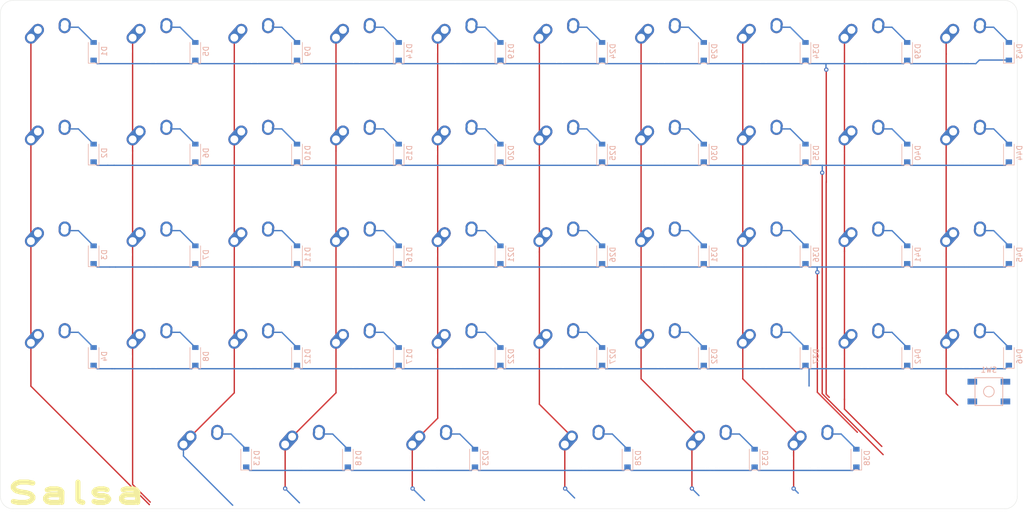
<source format=kicad_pcb>
(kicad_pcb (version 20171130) (host pcbnew "(5.1.12)-1")
  (layers (0 F.Cu signal) (31 B.Cu signal) (34 B.Paste user) (35 F.Paste user) (36 B.SilkS user) (37 F.SilkS user) (38 B.Mask user) (39 F.Mask user) (44 Edge.Cuts user))
  (net 0 "")
  (net 1 GND)
  (net 2 "Net-(D1-Pad2)")
  (net 3 ROW0)
  (net 4 "Net-(D2-Pad2)")
  (net 5 ROW1)
  (net 6 "Net-(D3-Pad2)")
  (net 7 ROW2)
  (net 8 "Net-(D4-Pad2)")
  (net 9 ROW3)
  (net 10 "Net-(D5-Pad2)")
  (net 11 "Net-(D6-Pad2)")
  (net 12 "Net-(D7-Pad2)")
  (net 13 "Net-(D8-Pad2)")
  (net 14 "Net-(D9-Pad2)")
  (net 15 "Net-(D10-Pad2)")
  (net 16 "Net-(D11-Pad2)")
  (net 17 "Net-(D12-Pad2)")
  (net 18 "Net-(D13-Pad2)")
  (net 19 ROW4)
  (net 20 "Net-(D14-Pad2)")
  (net 21 "Net-(D15-Pad2)")
  (net 22 "Net-(D16-Pad2)")
  (net 23 "Net-(D17-Pad2)")
  (net 24 "Net-(D18-Pad2)")
  (net 25 "Net-(D19-Pad2)")
  (net 26 "Net-(D20-Pad2)")
  (net 27 "Net-(D21-Pad2)")
  (net 28 "Net-(D22-Pad2)")
  (net 29 "Net-(D23-Pad2)")
  (net 30 "Net-(D24-Pad2)")
  (net 31 "Net-(D25-Pad2)")
  (net 32 "Net-(D26-Pad2)")
  (net 33 "Net-(D27-Pad2)")
  (net 34 "Net-(D28-Pad2)")
  (net 35 "Net-(D29-Pad2)")
  (net 36 "Net-(D30-Pad2)")
  (net 37 "Net-(D31-Pad2)")
  (net 38 "Net-(D32-Pad2)")
  (net 39 "Net-(D33-Pad2)")
  (net 40 "Net-(D34-Pad2)")
  (net 41 "Net-(D35-Pad2)")
  (net 42 "Net-(D36-Pad2)")
  (net 43 "Net-(D37-Pad2)")
  (net 44 "Net-(D38-Pad2)")
  (net 45 "Net-(D39-Pad2)")
  (net 46 "Net-(D40-Pad2)")
  (net 47 "Net-(D41-Pad2)")
  (net 48 "Net-(D42-Pad2)")
  (net 49 "Net-(D43-Pad2)")
  (net 50 "Net-(D44-Pad2)")
  (net 51 "Net-(D45-Pad2)")
  (net 52 "Net-(D46-Pad2)")
  (net 53 COL0)
  (net 54 COL1)
  (net 55 COL2)
  (net 56 COL3)
  (net 57 COL4)
  (net 58 COL5)
  (net 59 COL6)
  (net 60 COL7)
  (net 61 COL8)
  (net 62 COL9)
  (net 63 "Net-(R3-Pad2)")
  (module random-keyboard-parts:SKQG-1155865 (layer B.Cu) (at 197.866 85.979)
    (fp_text reference SW1 (at 0 -4.064) (layer B.SilkS) (effects (justify mirror)))
    (fp_text value SW_Push)
    (pad 4 smd rect (at -3.1 -1.85) (size 1.8 1.1) (layers B.Cu B.Paste B.Mask))
    (pad 3 smd rect (at 3.1 1.85) (size 1.8 1.1) (layers B.Cu B.Paste B.Mask))
    (pad 2 smd rect (at -3.1 1.85) (size 1.8 1.1) (layers B.Cu B.Paste B.Mask) (net 63 "Net-(R3-Pad2)"))
    (pad 1 smd rect (at 3.1 -1.85) (size 1.8 1.1) (layers B.Cu B.Paste B.Mask) (net 1 GND))
  )
  (module MX_Alps_Hybrid:MX-1U-NoLED (layer F.Cu) (at 193.675 79.375)
    (fp_text reference MX46)
    (fp_text value MX-NoLED)
    (pad "" np_thru_hole circle (at 5.08 0 48.0996) (size 1.75 1.75) (drill 1.75) (layers *.Cu *.Mask))
    (pad "" np_thru_hole circle (at -5.08 0 48.0996) (size 1.75 1.75) (drill 1.75) (layers *.Cu *.Mask))
    (pad 1 thru_hole circle (at -2.5 -4) (size 2.25 2.25) (drill 1.47) (layers *.Cu B.Mask) (net 62 COL9))
    (pad "" np_thru_hole circle (at 0 0) (size 3.9878 3.9878) (drill 3.9878) (layers *.Cu *.Mask))
    (pad 1 thru_hole oval (at -3.81 -2.54 48.0996) (size 4.211556 2.25) (drill 1.47 (offset 0.980778 0)) (layers *.Cu B.Mask) (net 62 COL9))
    (pad 2 thru_hole circle (at 2.54 -5.08) (size 2.25 2.25) (drill 1.47) (layers *.Cu B.Mask) (net 52 "Net-(D46-Pad2)"))
    (pad 2 thru_hole oval (at 2.5 -4.5 86.0548) (size 2.831378 2.25) (drill 1.47 (offset 0.290689 0)) (layers *.Cu B.Mask) (net 52 "Net-(D46-Pad2)"))
  )
  (module MX_Alps_Hybrid:MX-1U-NoLED (layer F.Cu) (at 193.675 60.325)
    (fp_text reference MX45)
    (fp_text value MX-NoLED)
    (pad "" np_thru_hole circle (at 5.08 0 48.0996) (size 1.75 1.75) (drill 1.75) (layers *.Cu *.Mask))
    (pad "" np_thru_hole circle (at -5.08 0 48.0996) (size 1.75 1.75) (drill 1.75) (layers *.Cu *.Mask))
    (pad 1 thru_hole circle (at -2.5 -4) (size 2.25 2.25) (drill 1.47) (layers *.Cu B.Mask) (net 62 COL9))
    (pad "" np_thru_hole circle (at 0 0) (size 3.9878 3.9878) (drill 3.9878) (layers *.Cu *.Mask))
    (pad 1 thru_hole oval (at -3.81 -2.54 48.0996) (size 4.211556 2.25) (drill 1.47 (offset 0.980778 0)) (layers *.Cu B.Mask) (net 62 COL9))
    (pad 2 thru_hole circle (at 2.54 -5.08) (size 2.25 2.25) (drill 1.47) (layers *.Cu B.Mask) (net 51 "Net-(D45-Pad2)"))
    (pad 2 thru_hole oval (at 2.5 -4.5 86.0548) (size 2.831378 2.25) (drill 1.47 (offset 0.290689 0)) (layers *.Cu B.Mask) (net 51 "Net-(D45-Pad2)"))
  )
  (module MX_Alps_Hybrid:MX-1U-NoLED (layer F.Cu) (at 193.675 41.275)
    (fp_text reference MX44)
    (fp_text value MX-NoLED)
    (pad "" np_thru_hole circle (at 5.08 0 48.0996) (size 1.75 1.75) (drill 1.75) (layers *.Cu *.Mask))
    (pad "" np_thru_hole circle (at -5.08 0 48.0996) (size 1.75 1.75) (drill 1.75) (layers *.Cu *.Mask))
    (pad 1 thru_hole circle (at -2.5 -4) (size 2.25 2.25) (drill 1.47) (layers *.Cu B.Mask) (net 62 COL9))
    (pad "" np_thru_hole circle (at 0 0) (size 3.9878 3.9878) (drill 3.9878) (layers *.Cu *.Mask))
    (pad 1 thru_hole oval (at -3.81 -2.54 48.0996) (size 4.211556 2.25) (drill 1.47 (offset 0.980778 0)) (layers *.Cu B.Mask) (net 62 COL9))
    (pad 2 thru_hole circle (at 2.54 -5.08) (size 2.25 2.25) (drill 1.47) (layers *.Cu B.Mask) (net 50 "Net-(D44-Pad2)"))
    (pad 2 thru_hole oval (at 2.5 -4.5 86.0548) (size 2.831378 2.25) (drill 1.47 (offset 0.290689 0)) (layers *.Cu B.Mask) (net 50 "Net-(D44-Pad2)"))
  )
  (module MX_Alps_Hybrid:MX-1U-NoLED (layer F.Cu) (at 193.675 22.225)
    (fp_text reference MX43)
    (fp_text value MX-NoLED)
    (pad "" np_thru_hole circle (at 5.08 0 48.0996) (size 1.75 1.75) (drill 1.75) (layers *.Cu *.Mask))
    (pad "" np_thru_hole circle (at -5.08 0 48.0996) (size 1.75 1.75) (drill 1.75) (layers *.Cu *.Mask))
    (pad 1 thru_hole circle (at -2.5 -4) (size 2.25 2.25) (drill 1.47) (layers *.Cu B.Mask) (net 62 COL9))
    (pad "" np_thru_hole circle (at 0 0) (size 3.9878 3.9878) (drill 3.9878) (layers *.Cu *.Mask))
    (pad 1 thru_hole oval (at -3.81 -2.54 48.0996) (size 4.211556 2.25) (drill 1.47 (offset 0.980778 0)) (layers *.Cu B.Mask) (net 62 COL9))
    (pad 2 thru_hole circle (at 2.54 -5.08) (size 2.25 2.25) (drill 1.47) (layers *.Cu B.Mask) (net 49 "Net-(D43-Pad2)"))
    (pad 2 thru_hole oval (at 2.5 -4.5 86.0548) (size 2.831378 2.25) (drill 1.47 (offset 0.290689 0)) (layers *.Cu B.Mask) (net 49 "Net-(D43-Pad2)"))
  )
  (module MX_Alps_Hybrid:MX-1U-NoLED (layer F.Cu) (at 174.625 79.375)
    (fp_text reference MX42)
    (fp_text value MX-NoLED)
    (pad "" np_thru_hole circle (at 5.08 0 48.0996) (size 1.75 1.75) (drill 1.75) (layers *.Cu *.Mask))
    (pad "" np_thru_hole circle (at -5.08 0 48.0996) (size 1.75 1.75) (drill 1.75) (layers *.Cu *.Mask))
    (pad 1 thru_hole circle (at -2.5 -4) (size 2.25 2.25) (drill 1.47) (layers *.Cu B.Mask) (net 61 COL8))
    (pad "" np_thru_hole circle (at 0 0) (size 3.9878 3.9878) (drill 3.9878) (layers *.Cu *.Mask))
    (pad 1 thru_hole oval (at -3.81 -2.54 48.0996) (size 4.211556 2.25) (drill 1.47 (offset 0.980778 0)) (layers *.Cu B.Mask) (net 61 COL8))
    (pad 2 thru_hole circle (at 2.54 -5.08) (size 2.25 2.25) (drill 1.47) (layers *.Cu B.Mask) (net 48 "Net-(D42-Pad2)"))
    (pad 2 thru_hole oval (at 2.5 -4.5 86.0548) (size 2.831378 2.25) (drill 1.47 (offset 0.290689 0)) (layers *.Cu B.Mask) (net 48 "Net-(D42-Pad2)"))
  )
  (module MX_Alps_Hybrid:MX-1U-NoLED (layer F.Cu) (at 174.625 60.325)
    (fp_text reference MX41)
    (fp_text value MX-NoLED)
    (pad "" np_thru_hole circle (at 5.08 0 48.0996) (size 1.75 1.75) (drill 1.75) (layers *.Cu *.Mask))
    (pad "" np_thru_hole circle (at -5.08 0 48.0996) (size 1.75 1.75) (drill 1.75) (layers *.Cu *.Mask))
    (pad 1 thru_hole circle (at -2.5 -4) (size 2.25 2.25) (drill 1.47) (layers *.Cu B.Mask) (net 61 COL8))
    (pad "" np_thru_hole circle (at 0 0) (size 3.9878 3.9878) (drill 3.9878) (layers *.Cu *.Mask))
    (pad 1 thru_hole oval (at -3.81 -2.54 48.0996) (size 4.211556 2.25) (drill 1.47 (offset 0.980778 0)) (layers *.Cu B.Mask) (net 61 COL8))
    (pad 2 thru_hole circle (at 2.54 -5.08) (size 2.25 2.25) (drill 1.47) (layers *.Cu B.Mask) (net 47 "Net-(D41-Pad2)"))
    (pad 2 thru_hole oval (at 2.5 -4.5 86.0548) (size 2.831378 2.25) (drill 1.47 (offset 0.290689 0)) (layers *.Cu B.Mask) (net 47 "Net-(D41-Pad2)"))
  )
  (module MX_Alps_Hybrid:MX-1U-NoLED (layer F.Cu) (at 174.625 41.275)
    (fp_text reference MX40)
    (fp_text value MX-NoLED)
    (pad "" np_thru_hole circle (at 5.08 0 48.0996) (size 1.75 1.75) (drill 1.75) (layers *.Cu *.Mask))
    (pad "" np_thru_hole circle (at -5.08 0 48.0996) (size 1.75 1.75) (drill 1.75) (layers *.Cu *.Mask))
    (pad 1 thru_hole circle (at -2.5 -4) (size 2.25 2.25) (drill 1.47) (layers *.Cu B.Mask) (net 61 COL8))
    (pad "" np_thru_hole circle (at 0 0) (size 3.9878 3.9878) (drill 3.9878) (layers *.Cu *.Mask))
    (pad 1 thru_hole oval (at -3.81 -2.54 48.0996) (size 4.211556 2.25) (drill 1.47 (offset 0.980778 0)) (layers *.Cu B.Mask) (net 61 COL8))
    (pad 2 thru_hole circle (at 2.54 -5.08) (size 2.25 2.25) (drill 1.47) (layers *.Cu B.Mask) (net 46 "Net-(D40-Pad2)"))
    (pad 2 thru_hole oval (at 2.5 -4.5 86.0548) (size 2.831378 2.25) (drill 1.47 (offset 0.290689 0)) (layers *.Cu B.Mask) (net 46 "Net-(D40-Pad2)"))
  )
  (module MX_Alps_Hybrid:MX-1U-NoLED (layer F.Cu) (at 174.625 22.225)
    (fp_text reference MX39)
    (fp_text value MX-NoLED)
    (pad "" np_thru_hole circle (at 5.08 0 48.0996) (size 1.75 1.75) (drill 1.75) (layers *.Cu *.Mask))
    (pad "" np_thru_hole circle (at -5.08 0 48.0996) (size 1.75 1.75) (drill 1.75) (layers *.Cu *.Mask))
    (pad 1 thru_hole circle (at -2.5 -4) (size 2.25 2.25) (drill 1.47) (layers *.Cu B.Mask) (net 61 COL8))
    (pad "" np_thru_hole circle (at 0 0) (size 3.9878 3.9878) (drill 3.9878) (layers *.Cu *.Mask))
    (pad 1 thru_hole oval (at -3.81 -2.54 48.0996) (size 4.211556 2.25) (drill 1.47 (offset 0.980778 0)) (layers *.Cu B.Mask) (net 61 COL8))
    (pad 2 thru_hole circle (at 2.54 -5.08) (size 2.25 2.25) (drill 1.47) (layers *.Cu B.Mask) (net 45 "Net-(D39-Pad2)"))
    (pad 2 thru_hole oval (at 2.5 -4.5 86.0548) (size 2.831378 2.25) (drill 1.47 (offset 0.290689 0)) (layers *.Cu B.Mask) (net 45 "Net-(D39-Pad2)"))
  )
  (module MX_Alps_Hybrid:MX-1U-NoLED (layer F.Cu) (at 165.1 98.425)
    (fp_text reference MX38)
    (fp_text value MX-NoLED)
    (pad "" np_thru_hole circle (at 5.08 0 48.0996) (size 1.75 1.75) (drill 1.75) (layers *.Cu *.Mask))
    (pad "" np_thru_hole circle (at -5.08 0 48.0996) (size 1.75 1.75) (drill 1.75) (layers *.Cu *.Mask))
    (pad 1 thru_hole circle (at -2.5 -4) (size 2.25 2.25) (drill 1.47) (layers *.Cu B.Mask) (net 60 COL7))
    (pad "" np_thru_hole circle (at 0 0) (size 3.9878 3.9878) (drill 3.9878) (layers *.Cu *.Mask))
    (pad 1 thru_hole oval (at -3.81 -2.54 48.0996) (size 4.211556 2.25) (drill 1.47 (offset 0.980778 0)) (layers *.Cu B.Mask) (net 60 COL7))
    (pad 2 thru_hole circle (at 2.54 -5.08) (size 2.25 2.25) (drill 1.47) (layers *.Cu B.Mask) (net 44 "Net-(D38-Pad2)"))
    (pad 2 thru_hole oval (at 2.5 -4.5 86.0548) (size 2.831378 2.25) (drill 1.47 (offset 0.290689 0)) (layers *.Cu B.Mask) (net 44 "Net-(D38-Pad2)"))
  )
  (module MX_Alps_Hybrid:MX-1U-NoLED (layer F.Cu) (at 155.575 79.375)
    (fp_text reference MX37)
    (fp_text value MX-NoLED)
    (pad "" np_thru_hole circle (at 5.08 0 48.0996) (size 1.75 1.75) (drill 1.75) (layers *.Cu *.Mask))
    (pad "" np_thru_hole circle (at -5.08 0 48.0996) (size 1.75 1.75) (drill 1.75) (layers *.Cu *.Mask))
    (pad 1 thru_hole circle (at -2.5 -4) (size 2.25 2.25) (drill 1.47) (layers *.Cu B.Mask) (net 60 COL7))
    (pad "" np_thru_hole circle (at 0 0) (size 3.9878 3.9878) (drill 3.9878) (layers *.Cu *.Mask))
    (pad 1 thru_hole oval (at -3.81 -2.54 48.0996) (size 4.211556 2.25) (drill 1.47 (offset 0.980778 0)) (layers *.Cu B.Mask) (net 60 COL7))
    (pad 2 thru_hole circle (at 2.54 -5.08) (size 2.25 2.25) (drill 1.47) (layers *.Cu B.Mask) (net 43 "Net-(D37-Pad2)"))
    (pad 2 thru_hole oval (at 2.5 -4.5 86.0548) (size 2.831378 2.25) (drill 1.47 (offset 0.290689 0)) (layers *.Cu B.Mask) (net 43 "Net-(D37-Pad2)"))
  )
  (module MX_Alps_Hybrid:MX-1U-NoLED (layer F.Cu) (at 155.575 60.325)
    (fp_text reference MX36)
    (fp_text value MX-NoLED)
    (pad "" np_thru_hole circle (at 5.08 0 48.0996) (size 1.75 1.75) (drill 1.75) (layers *.Cu *.Mask))
    (pad "" np_thru_hole circle (at -5.08 0 48.0996) (size 1.75 1.75) (drill 1.75) (layers *.Cu *.Mask))
    (pad 1 thru_hole circle (at -2.5 -4) (size 2.25 2.25) (drill 1.47) (layers *.Cu B.Mask) (net 60 COL7))
    (pad "" np_thru_hole circle (at 0 0) (size 3.9878 3.9878) (drill 3.9878) (layers *.Cu *.Mask))
    (pad 1 thru_hole oval (at -3.81 -2.54 48.0996) (size 4.211556 2.25) (drill 1.47 (offset 0.980778 0)) (layers *.Cu B.Mask) (net 60 COL7))
    (pad 2 thru_hole circle (at 2.54 -5.08) (size 2.25 2.25) (drill 1.47) (layers *.Cu B.Mask) (net 42 "Net-(D36-Pad2)"))
    (pad 2 thru_hole oval (at 2.5 -4.5 86.0548) (size 2.831378 2.25) (drill 1.47 (offset 0.290689 0)) (layers *.Cu B.Mask) (net 42 "Net-(D36-Pad2)"))
  )
  (module MX_Alps_Hybrid:MX-1U-NoLED (layer F.Cu) (at 155.575 41.275)
    (fp_text reference MX35)
    (fp_text value MX-NoLED)
    (pad "" np_thru_hole circle (at 5.08 0 48.0996) (size 1.75 1.75) (drill 1.75) (layers *.Cu *.Mask))
    (pad "" np_thru_hole circle (at -5.08 0 48.0996) (size 1.75 1.75) (drill 1.75) (layers *.Cu *.Mask))
    (pad 1 thru_hole circle (at -2.5 -4) (size 2.25 2.25) (drill 1.47) (layers *.Cu B.Mask) (net 60 COL7))
    (pad "" np_thru_hole circle (at 0 0) (size 3.9878 3.9878) (drill 3.9878) (layers *.Cu *.Mask))
    (pad 1 thru_hole oval (at -3.81 -2.54 48.0996) (size 4.211556 2.25) (drill 1.47 (offset 0.980778 0)) (layers *.Cu B.Mask) (net 60 COL7))
    (pad 2 thru_hole circle (at 2.54 -5.08) (size 2.25 2.25) (drill 1.47) (layers *.Cu B.Mask) (net 41 "Net-(D35-Pad2)"))
    (pad 2 thru_hole oval (at 2.5 -4.5 86.0548) (size 2.831378 2.25) (drill 1.47 (offset 0.290689 0)) (layers *.Cu B.Mask) (net 41 "Net-(D35-Pad2)"))
  )
  (module MX_Alps_Hybrid:MX-1U-NoLED (layer F.Cu) (at 155.575 22.225)
    (fp_text reference MX34)
    (fp_text value MX-NoLED)
    (pad "" np_thru_hole circle (at 5.08 0 48.0996) (size 1.75 1.75) (drill 1.75) (layers *.Cu *.Mask))
    (pad "" np_thru_hole circle (at -5.08 0 48.0996) (size 1.75 1.75) (drill 1.75) (layers *.Cu *.Mask))
    (pad 1 thru_hole circle (at -2.5 -4) (size 2.25 2.25) (drill 1.47) (layers *.Cu B.Mask) (net 60 COL7))
    (pad "" np_thru_hole circle (at 0 0) (size 3.9878 3.9878) (drill 3.9878) (layers *.Cu *.Mask))
    (pad 1 thru_hole oval (at -3.81 -2.54 48.0996) (size 4.211556 2.25) (drill 1.47 (offset 0.980778 0)) (layers *.Cu B.Mask) (net 60 COL7))
    (pad 2 thru_hole circle (at 2.54 -5.08) (size 2.25 2.25) (drill 1.47) (layers *.Cu B.Mask) (net 40 "Net-(D34-Pad2)"))
    (pad 2 thru_hole oval (at 2.5 -4.5 86.0548) (size 2.831378 2.25) (drill 1.47 (offset 0.290689 0)) (layers *.Cu B.Mask) (net 40 "Net-(D34-Pad2)"))
  )
  (module MX_Alps_Hybrid:MX-1U-NoLED (layer F.Cu) (at 146.05 98.425)
    (fp_text reference MX33)
    (fp_text value MX-NoLED)
    (pad "" np_thru_hole circle (at 5.08 0 48.0996) (size 1.75 1.75) (drill 1.75) (layers *.Cu *.Mask))
    (pad "" np_thru_hole circle (at -5.08 0 48.0996) (size 1.75 1.75) (drill 1.75) (layers *.Cu *.Mask))
    (pad 1 thru_hole circle (at -2.5 -4) (size 2.25 2.25) (drill 1.47) (layers *.Cu B.Mask) (net 59 COL6))
    (pad "" np_thru_hole circle (at 0 0) (size 3.9878 3.9878) (drill 3.9878) (layers *.Cu *.Mask))
    (pad 1 thru_hole oval (at -3.81 -2.54 48.0996) (size 4.211556 2.25) (drill 1.47 (offset 0.980778 0)) (layers *.Cu B.Mask) (net 59 COL6))
    (pad 2 thru_hole circle (at 2.54 -5.08) (size 2.25 2.25) (drill 1.47) (layers *.Cu B.Mask) (net 39 "Net-(D33-Pad2)"))
    (pad 2 thru_hole oval (at 2.5 -4.5 86.0548) (size 2.831378 2.25) (drill 1.47 (offset 0.290689 0)) (layers *.Cu B.Mask) (net 39 "Net-(D33-Pad2)"))
  )
  (module MX_Alps_Hybrid:MX-1U-NoLED (layer F.Cu) (at 136.525 79.375)
    (fp_text reference MX32)
    (fp_text value MX-NoLED)
    (pad "" np_thru_hole circle (at 5.08 0 48.0996) (size 1.75 1.75) (drill 1.75) (layers *.Cu *.Mask))
    (pad "" np_thru_hole circle (at -5.08 0 48.0996) (size 1.75 1.75) (drill 1.75) (layers *.Cu *.Mask))
    (pad 1 thru_hole circle (at -2.5 -4) (size 2.25 2.25) (drill 1.47) (layers *.Cu B.Mask) (net 59 COL6))
    (pad "" np_thru_hole circle (at 0 0) (size 3.9878 3.9878) (drill 3.9878) (layers *.Cu *.Mask))
    (pad 1 thru_hole oval (at -3.81 -2.54 48.0996) (size 4.211556 2.25) (drill 1.47 (offset 0.980778 0)) (layers *.Cu B.Mask) (net 59 COL6))
    (pad 2 thru_hole circle (at 2.54 -5.08) (size 2.25 2.25) (drill 1.47) (layers *.Cu B.Mask) (net 38 "Net-(D32-Pad2)"))
    (pad 2 thru_hole oval (at 2.5 -4.5 86.0548) (size 2.831378 2.25) (drill 1.47 (offset 0.290689 0)) (layers *.Cu B.Mask) (net 38 "Net-(D32-Pad2)"))
  )
  (module MX_Alps_Hybrid:MX-1U-NoLED (layer F.Cu) (at 136.525 60.325)
    (fp_text reference MX31)
    (fp_text value MX-NoLED)
    (pad "" np_thru_hole circle (at 5.08 0 48.0996) (size 1.75 1.75) (drill 1.75) (layers *.Cu *.Mask))
    (pad "" np_thru_hole circle (at -5.08 0 48.0996) (size 1.75 1.75) (drill 1.75) (layers *.Cu *.Mask))
    (pad 1 thru_hole circle (at -2.5 -4) (size 2.25 2.25) (drill 1.47) (layers *.Cu B.Mask) (net 59 COL6))
    (pad "" np_thru_hole circle (at 0 0) (size 3.9878 3.9878) (drill 3.9878) (layers *.Cu *.Mask))
    (pad 1 thru_hole oval (at -3.81 -2.54 48.0996) (size 4.211556 2.25) (drill 1.47 (offset 0.980778 0)) (layers *.Cu B.Mask) (net 59 COL6))
    (pad 2 thru_hole circle (at 2.54 -5.08) (size 2.25 2.25) (drill 1.47) (layers *.Cu B.Mask) (net 37 "Net-(D31-Pad2)"))
    (pad 2 thru_hole oval (at 2.5 -4.5 86.0548) (size 2.831378 2.25) (drill 1.47 (offset 0.290689 0)) (layers *.Cu B.Mask) (net 37 "Net-(D31-Pad2)"))
  )
  (module MX_Alps_Hybrid:MX-1U-NoLED (layer F.Cu) (at 136.525 41.275)
    (fp_text reference MX30)
    (fp_text value MX-NoLED)
    (pad "" np_thru_hole circle (at 5.08 0 48.0996) (size 1.75 1.75) (drill 1.75) (layers *.Cu *.Mask))
    (pad "" np_thru_hole circle (at -5.08 0 48.0996) (size 1.75 1.75) (drill 1.75) (layers *.Cu *.Mask))
    (pad 1 thru_hole circle (at -2.5 -4) (size 2.25 2.25) (drill 1.47) (layers *.Cu B.Mask) (net 59 COL6))
    (pad "" np_thru_hole circle (at 0 0) (size 3.9878 3.9878) (drill 3.9878) (layers *.Cu *.Mask))
    (pad 1 thru_hole oval (at -3.81 -2.54 48.0996) (size 4.211556 2.25) (drill 1.47 (offset 0.980778 0)) (layers *.Cu B.Mask) (net 59 COL6))
    (pad 2 thru_hole circle (at 2.54 -5.08) (size 2.25 2.25) (drill 1.47) (layers *.Cu B.Mask) (net 36 "Net-(D30-Pad2)"))
    (pad 2 thru_hole oval (at 2.5 -4.5 86.0548) (size 2.831378 2.25) (drill 1.47 (offset 0.290689 0)) (layers *.Cu B.Mask) (net 36 "Net-(D30-Pad2)"))
  )
  (module MX_Alps_Hybrid:MX-1U-NoLED (layer F.Cu) (at 136.525 22.225)
    (fp_text reference MX29)
    (fp_text value MX-NoLED)
    (pad "" np_thru_hole circle (at 5.08 0 48.0996) (size 1.75 1.75) (drill 1.75) (layers *.Cu *.Mask))
    (pad "" np_thru_hole circle (at -5.08 0 48.0996) (size 1.75 1.75) (drill 1.75) (layers *.Cu *.Mask))
    (pad 1 thru_hole circle (at -2.5 -4) (size 2.25 2.25) (drill 1.47) (layers *.Cu B.Mask) (net 59 COL6))
    (pad "" np_thru_hole circle (at 0 0) (size 3.9878 3.9878) (drill 3.9878) (layers *.Cu *.Mask))
    (pad 1 thru_hole oval (at -3.81 -2.54 48.0996) (size 4.211556 2.25) (drill 1.47 (offset 0.980778 0)) (layers *.Cu B.Mask) (net 59 COL6))
    (pad 2 thru_hole circle (at 2.54 -5.08) (size 2.25 2.25) (drill 1.47) (layers *.Cu B.Mask) (net 35 "Net-(D29-Pad2)"))
    (pad 2 thru_hole oval (at 2.5 -4.5 86.0548) (size 2.831378 2.25) (drill 1.47 (offset 0.290689 0)) (layers *.Cu B.Mask) (net 35 "Net-(D29-Pad2)"))
  )
  (module MX_Alps_Hybrid:MX-1.5U-NoLED (layer F.Cu) (at 122.2375 98.425)
    (fp_text reference MX28)
    (fp_text value MX-NoLED)
    (pad "" np_thru_hole circle (at 5.08 0 48.0996) (size 1.75 1.75) (drill 1.75) (layers *.Cu *.Mask))
    (pad "" np_thru_hole circle (at -5.08 0 48.0996) (size 1.75 1.75) (drill 1.75) (layers *.Cu *.Mask))
    (pad 1 thru_hole circle (at -2.5 -4) (size 2.25 2.25) (drill 1.47) (layers *.Cu B.Mask) (net 58 COL5))
    (pad "" np_thru_hole circle (at 0 0) (size 3.9878 3.9878) (drill 3.9878) (layers *.Cu *.Mask))
    (pad 1 thru_hole oval (at -3.81 -2.54 48.0996) (size 4.211556 2.25) (drill 1.47 (offset 0.980778 0)) (layers *.Cu B.Mask) (net 58 COL5))
    (pad 2 thru_hole circle (at 2.54 -5.08) (size 2.25 2.25) (drill 1.47) (layers *.Cu B.Mask) (net 34 "Net-(D28-Pad2)"))
    (pad 2 thru_hole oval (at 2.5 -4.5 86.0548) (size 2.831378 2.25) (drill 1.47 (offset 0.290689 0)) (layers *.Cu B.Mask) (net 34 "Net-(D28-Pad2)"))
  )
  (module MX_Alps_Hybrid:MX-1U-NoLED (layer F.Cu) (at 117.475 79.375)
    (fp_text reference MX27)
    (fp_text value MX-NoLED)
    (pad "" np_thru_hole circle (at 5.08 0 48.0996) (size 1.75 1.75) (drill 1.75) (layers *.Cu *.Mask))
    (pad "" np_thru_hole circle (at -5.08 0 48.0996) (size 1.75 1.75) (drill 1.75) (layers *.Cu *.Mask))
    (pad 1 thru_hole circle (at -2.5 -4) (size 2.25 2.25) (drill 1.47) (layers *.Cu B.Mask) (net 58 COL5))
    (pad "" np_thru_hole circle (at 0 0) (size 3.9878 3.9878) (drill 3.9878) (layers *.Cu *.Mask))
    (pad 1 thru_hole oval (at -3.81 -2.54 48.0996) (size 4.211556 2.25) (drill 1.47 (offset 0.980778 0)) (layers *.Cu B.Mask) (net 58 COL5))
    (pad 2 thru_hole circle (at 2.54 -5.08) (size 2.25 2.25) (drill 1.47) (layers *.Cu B.Mask) (net 33 "Net-(D27-Pad2)"))
    (pad 2 thru_hole oval (at 2.5 -4.5 86.0548) (size 2.831378 2.25) (drill 1.47 (offset 0.290689 0)) (layers *.Cu B.Mask) (net 33 "Net-(D27-Pad2)"))
  )
  (module MX_Alps_Hybrid:MX-1U-NoLED (layer F.Cu) (at 117.475 60.325)
    (fp_text reference MX26)
    (fp_text value MX-NoLED)
    (pad "" np_thru_hole circle (at 5.08 0 48.0996) (size 1.75 1.75) (drill 1.75) (layers *.Cu *.Mask))
    (pad "" np_thru_hole circle (at -5.08 0 48.0996) (size 1.75 1.75) (drill 1.75) (layers *.Cu *.Mask))
    (pad 1 thru_hole circle (at -2.5 -4) (size 2.25 2.25) (drill 1.47) (layers *.Cu B.Mask) (net 58 COL5))
    (pad "" np_thru_hole circle (at 0 0) (size 3.9878 3.9878) (drill 3.9878) (layers *.Cu *.Mask))
    (pad 1 thru_hole oval (at -3.81 -2.54 48.0996) (size 4.211556 2.25) (drill 1.47 (offset 0.980778 0)) (layers *.Cu B.Mask) (net 58 COL5))
    (pad 2 thru_hole circle (at 2.54 -5.08) (size 2.25 2.25) (drill 1.47) (layers *.Cu B.Mask) (net 32 "Net-(D26-Pad2)"))
    (pad 2 thru_hole oval (at 2.5 -4.5 86.0548) (size 2.831378 2.25) (drill 1.47 (offset 0.290689 0)) (layers *.Cu B.Mask) (net 32 "Net-(D26-Pad2)"))
  )
  (module MX_Alps_Hybrid:MX-1U-NoLED (layer F.Cu) (at 117.475 41.275)
    (fp_text reference MX25)
    (fp_text value MX-NoLED)
    (pad "" np_thru_hole circle (at 5.08 0 48.0996) (size 1.75 1.75) (drill 1.75) (layers *.Cu *.Mask))
    (pad "" np_thru_hole circle (at -5.08 0 48.0996) (size 1.75 1.75) (drill 1.75) (layers *.Cu *.Mask))
    (pad 1 thru_hole circle (at -2.5 -4) (size 2.25 2.25) (drill 1.47) (layers *.Cu B.Mask) (net 58 COL5))
    (pad "" np_thru_hole circle (at 0 0) (size 3.9878 3.9878) (drill 3.9878) (layers *.Cu *.Mask))
    (pad 1 thru_hole oval (at -3.81 -2.54 48.0996) (size 4.211556 2.25) (drill 1.47 (offset 0.980778 0)) (layers *.Cu B.Mask) (net 58 COL5))
    (pad 2 thru_hole circle (at 2.54 -5.08) (size 2.25 2.25) (drill 1.47) (layers *.Cu B.Mask) (net 31 "Net-(D25-Pad2)"))
    (pad 2 thru_hole oval (at 2.5 -4.5 86.0548) (size 2.831378 2.25) (drill 1.47 (offset 0.290689 0)) (layers *.Cu B.Mask) (net 31 "Net-(D25-Pad2)"))
  )
  (module MX_Alps_Hybrid:MX-1U-NoLED (layer F.Cu) (at 117.475 22.225)
    (fp_text reference MX24)
    (fp_text value MX-NoLED)
    (pad "" np_thru_hole circle (at 5.08 0 48.0996) (size 1.75 1.75) (drill 1.75) (layers *.Cu *.Mask))
    (pad "" np_thru_hole circle (at -5.08 0 48.0996) (size 1.75 1.75) (drill 1.75) (layers *.Cu *.Mask))
    (pad 1 thru_hole circle (at -2.5 -4) (size 2.25 2.25) (drill 1.47) (layers *.Cu B.Mask) (net 58 COL5))
    (pad "" np_thru_hole circle (at 0 0) (size 3.9878 3.9878) (drill 3.9878) (layers *.Cu *.Mask))
    (pad 1 thru_hole oval (at -3.81 -2.54 48.0996) (size 4.211556 2.25) (drill 1.47 (offset 0.980778 0)) (layers *.Cu B.Mask) (net 58 COL5))
    (pad 2 thru_hole circle (at 2.54 -5.08) (size 2.25 2.25) (drill 1.47) (layers *.Cu B.Mask) (net 30 "Net-(D24-Pad2)"))
    (pad 2 thru_hole oval (at 2.5 -4.5 86.0548) (size 2.831378 2.25) (drill 1.47 (offset 0.290689 0)) (layers *.Cu B.Mask) (net 30 "Net-(D24-Pad2)"))
  )
  (module MX_Alps_Hybrid:MX-1.5U-NoLED (layer F.Cu) (at 93.6625 98.425)
    (fp_text reference MX23)
    (fp_text value MX-NoLED)
    (pad "" np_thru_hole circle (at 5.08 0 48.0996) (size 1.75 1.75) (drill 1.75) (layers *.Cu *.Mask))
    (pad "" np_thru_hole circle (at -5.08 0 48.0996) (size 1.75 1.75) (drill 1.75) (layers *.Cu *.Mask))
    (pad 1 thru_hole circle (at -2.5 -4) (size 2.25 2.25) (drill 1.47) (layers *.Cu B.Mask) (net 57 COL4))
    (pad "" np_thru_hole circle (at 0 0) (size 3.9878 3.9878) (drill 3.9878) (layers *.Cu *.Mask))
    (pad 1 thru_hole oval (at -3.81 -2.54 48.0996) (size 4.211556 2.25) (drill 1.47 (offset 0.980778 0)) (layers *.Cu B.Mask) (net 57 COL4))
    (pad 2 thru_hole circle (at 2.54 -5.08) (size 2.25 2.25) (drill 1.47) (layers *.Cu B.Mask) (net 29 "Net-(D23-Pad2)"))
    (pad 2 thru_hole oval (at 2.5 -4.5 86.0548) (size 2.831378 2.25) (drill 1.47 (offset 0.290689 0)) (layers *.Cu B.Mask) (net 29 "Net-(D23-Pad2)"))
  )
  (module MX_Alps_Hybrid:MX-1U-NoLED (layer F.Cu) (at 98.425 79.375)
    (fp_text reference MX22)
    (fp_text value MX-NoLED)
    (pad "" np_thru_hole circle (at 5.08 0 48.0996) (size 1.75 1.75) (drill 1.75) (layers *.Cu *.Mask))
    (pad "" np_thru_hole circle (at -5.08 0 48.0996) (size 1.75 1.75) (drill 1.75) (layers *.Cu *.Mask))
    (pad 1 thru_hole circle (at -2.5 -4) (size 2.25 2.25) (drill 1.47) (layers *.Cu B.Mask) (net 57 COL4))
    (pad "" np_thru_hole circle (at 0 0) (size 3.9878 3.9878) (drill 3.9878) (layers *.Cu *.Mask))
    (pad 1 thru_hole oval (at -3.81 -2.54 48.0996) (size 4.211556 2.25) (drill 1.47 (offset 0.980778 0)) (layers *.Cu B.Mask) (net 57 COL4))
    (pad 2 thru_hole circle (at 2.54 -5.08) (size 2.25 2.25) (drill 1.47) (layers *.Cu B.Mask) (net 28 "Net-(D22-Pad2)"))
    (pad 2 thru_hole oval (at 2.5 -4.5 86.0548) (size 2.831378 2.25) (drill 1.47 (offset 0.290689 0)) (layers *.Cu B.Mask) (net 28 "Net-(D22-Pad2)"))
  )
  (module MX_Alps_Hybrid:MX-1U-NoLED (layer F.Cu) (at 98.425 60.325)
    (fp_text reference MX21)
    (fp_text value MX-NoLED)
    (pad "" np_thru_hole circle (at 5.08 0 48.0996) (size 1.75 1.75) (drill 1.75) (layers *.Cu *.Mask))
    (pad "" np_thru_hole circle (at -5.08 0 48.0996) (size 1.75 1.75) (drill 1.75) (layers *.Cu *.Mask))
    (pad 1 thru_hole circle (at -2.5 -4) (size 2.25 2.25) (drill 1.47) (layers *.Cu B.Mask) (net 57 COL4))
    (pad "" np_thru_hole circle (at 0 0) (size 3.9878 3.9878) (drill 3.9878) (layers *.Cu *.Mask))
    (pad 1 thru_hole oval (at -3.81 -2.54 48.0996) (size 4.211556 2.25) (drill 1.47 (offset 0.980778 0)) (layers *.Cu B.Mask) (net 57 COL4))
    (pad 2 thru_hole circle (at 2.54 -5.08) (size 2.25 2.25) (drill 1.47) (layers *.Cu B.Mask) (net 27 "Net-(D21-Pad2)"))
    (pad 2 thru_hole oval (at 2.5 -4.5 86.0548) (size 2.831378 2.25) (drill 1.47 (offset 0.290689 0)) (layers *.Cu B.Mask) (net 27 "Net-(D21-Pad2)"))
  )
  (module MX_Alps_Hybrid:MX-1U-NoLED (layer F.Cu) (at 98.425 41.275)
    (fp_text reference MX20)
    (fp_text value MX-NoLED)
    (pad "" np_thru_hole circle (at 5.08 0 48.0996) (size 1.75 1.75) (drill 1.75) (layers *.Cu *.Mask))
    (pad "" np_thru_hole circle (at -5.08 0 48.0996) (size 1.75 1.75) (drill 1.75) (layers *.Cu *.Mask))
    (pad 1 thru_hole circle (at -2.5 -4) (size 2.25 2.25) (drill 1.47) (layers *.Cu B.Mask) (net 57 COL4))
    (pad "" np_thru_hole circle (at 0 0) (size 3.9878 3.9878) (drill 3.9878) (layers *.Cu *.Mask))
    (pad 1 thru_hole oval (at -3.81 -2.54 48.0996) (size 4.211556 2.25) (drill 1.47 (offset 0.980778 0)) (layers *.Cu B.Mask) (net 57 COL4))
    (pad 2 thru_hole circle (at 2.54 -5.08) (size 2.25 2.25) (drill 1.47) (layers *.Cu B.Mask) (net 26 "Net-(D20-Pad2)"))
    (pad 2 thru_hole oval (at 2.5 -4.5 86.0548) (size 2.831378 2.25) (drill 1.47 (offset 0.290689 0)) (layers *.Cu B.Mask) (net 26 "Net-(D20-Pad2)"))
  )
  (module MX_Alps_Hybrid:MX-1U-NoLED (layer F.Cu) (at 98.425 22.225)
    (fp_text reference MX19)
    (fp_text value MX-NoLED)
    (pad "" np_thru_hole circle (at 5.08 0 48.0996) (size 1.75 1.75) (drill 1.75) (layers *.Cu *.Mask))
    (pad "" np_thru_hole circle (at -5.08 0 48.0996) (size 1.75 1.75) (drill 1.75) (layers *.Cu *.Mask))
    (pad 1 thru_hole circle (at -2.5 -4) (size 2.25 2.25) (drill 1.47) (layers *.Cu B.Mask) (net 57 COL4))
    (pad "" np_thru_hole circle (at 0 0) (size 3.9878 3.9878) (drill 3.9878) (layers *.Cu *.Mask))
    (pad 1 thru_hole oval (at -3.81 -2.54 48.0996) (size 4.211556 2.25) (drill 1.47 (offset 0.980778 0)) (layers *.Cu B.Mask) (net 57 COL4))
    (pad 2 thru_hole circle (at 2.54 -5.08) (size 2.25 2.25) (drill 1.47) (layers *.Cu B.Mask) (net 25 "Net-(D19-Pad2)"))
    (pad 2 thru_hole oval (at 2.5 -4.5 86.0548) (size 2.831378 2.25) (drill 1.47 (offset 0.290689 0)) (layers *.Cu B.Mask) (net 25 "Net-(D19-Pad2)"))
  )
  (module MX_Alps_Hybrid:MX-1U-NoLED (layer F.Cu) (at 69.85 98.425)
    (fp_text reference MX18)
    (fp_text value MX-NoLED)
    (pad "" np_thru_hole circle (at 5.08 0 48.0996) (size 1.75 1.75) (drill 1.75) (layers *.Cu *.Mask))
    (pad "" np_thru_hole circle (at -5.08 0 48.0996) (size 1.75 1.75) (drill 1.75) (layers *.Cu *.Mask))
    (pad 1 thru_hole circle (at -2.5 -4) (size 2.25 2.25) (drill 1.47) (layers *.Cu B.Mask) (net 56 COL3))
    (pad "" np_thru_hole circle (at 0 0) (size 3.9878 3.9878) (drill 3.9878) (layers *.Cu *.Mask))
    (pad 1 thru_hole oval (at -3.81 -2.54 48.0996) (size 4.211556 2.25) (drill 1.47 (offset 0.980778 0)) (layers *.Cu B.Mask) (net 56 COL3))
    (pad 2 thru_hole circle (at 2.54 -5.08) (size 2.25 2.25) (drill 1.47) (layers *.Cu B.Mask) (net 24 "Net-(D18-Pad2)"))
    (pad 2 thru_hole oval (at 2.5 -4.5 86.0548) (size 2.831378 2.25) (drill 1.47 (offset 0.290689 0)) (layers *.Cu B.Mask) (net 24 "Net-(D18-Pad2)"))
  )
  (module MX_Alps_Hybrid:MX-1U-NoLED (layer F.Cu) (at 79.375 79.375)
    (fp_text reference MX17)
    (fp_text value MX-NoLED)
    (pad "" np_thru_hole circle (at 5.08 0 48.0996) (size 1.75 1.75) (drill 1.75) (layers *.Cu *.Mask))
    (pad "" np_thru_hole circle (at -5.08 0 48.0996) (size 1.75 1.75) (drill 1.75) (layers *.Cu *.Mask))
    (pad 1 thru_hole circle (at -2.5 -4) (size 2.25 2.25) (drill 1.47) (layers *.Cu B.Mask) (net 56 COL3))
    (pad "" np_thru_hole circle (at 0 0) (size 3.9878 3.9878) (drill 3.9878) (layers *.Cu *.Mask))
    (pad 1 thru_hole oval (at -3.81 -2.54 48.0996) (size 4.211556 2.25) (drill 1.47 (offset 0.980778 0)) (layers *.Cu B.Mask) (net 56 COL3))
    (pad 2 thru_hole circle (at 2.54 -5.08) (size 2.25 2.25) (drill 1.47) (layers *.Cu B.Mask) (net 23 "Net-(D17-Pad2)"))
    (pad 2 thru_hole oval (at 2.5 -4.5 86.0548) (size 2.831378 2.25) (drill 1.47 (offset 0.290689 0)) (layers *.Cu B.Mask) (net 23 "Net-(D17-Pad2)"))
  )
  (module MX_Alps_Hybrid:MX-1U-NoLED (layer F.Cu) (at 79.375 60.325)
    (fp_text reference MX16)
    (fp_text value MX-NoLED)
    (pad "" np_thru_hole circle (at 5.08 0 48.0996) (size 1.75 1.75) (drill 1.75) (layers *.Cu *.Mask))
    (pad "" np_thru_hole circle (at -5.08 0 48.0996) (size 1.75 1.75) (drill 1.75) (layers *.Cu *.Mask))
    (pad 1 thru_hole circle (at -2.5 -4) (size 2.25 2.25) (drill 1.47) (layers *.Cu B.Mask) (net 56 COL3))
    (pad "" np_thru_hole circle (at 0 0) (size 3.9878 3.9878) (drill 3.9878) (layers *.Cu *.Mask))
    (pad 1 thru_hole oval (at -3.81 -2.54 48.0996) (size 4.211556 2.25) (drill 1.47 (offset 0.980778 0)) (layers *.Cu B.Mask) (net 56 COL3))
    (pad 2 thru_hole circle (at 2.54 -5.08) (size 2.25 2.25) (drill 1.47) (layers *.Cu B.Mask) (net 22 "Net-(D16-Pad2)"))
    (pad 2 thru_hole oval (at 2.5 -4.5 86.0548) (size 2.831378 2.25) (drill 1.47 (offset 0.290689 0)) (layers *.Cu B.Mask) (net 22 "Net-(D16-Pad2)"))
  )
  (module MX_Alps_Hybrid:MX-1U-NoLED (layer F.Cu) (at 79.375 41.275)
    (fp_text reference MX15)
    (fp_text value MX-NoLED)
    (pad "" np_thru_hole circle (at 5.08 0 48.0996) (size 1.75 1.75) (drill 1.75) (layers *.Cu *.Mask))
    (pad "" np_thru_hole circle (at -5.08 0 48.0996) (size 1.75 1.75) (drill 1.75) (layers *.Cu *.Mask))
    (pad 1 thru_hole circle (at -2.5 -4) (size 2.25 2.25) (drill 1.47) (layers *.Cu B.Mask) (net 56 COL3))
    (pad "" np_thru_hole circle (at 0 0) (size 3.9878 3.9878) (drill 3.9878) (layers *.Cu *.Mask))
    (pad 1 thru_hole oval (at -3.81 -2.54 48.0996) (size 4.211556 2.25) (drill 1.47 (offset 0.980778 0)) (layers *.Cu B.Mask) (net 56 COL3))
    (pad 2 thru_hole circle (at 2.54 -5.08) (size 2.25 2.25) (drill 1.47) (layers *.Cu B.Mask) (net 21 "Net-(D15-Pad2)"))
    (pad 2 thru_hole oval (at 2.5 -4.5 86.0548) (size 2.831378 2.25) (drill 1.47 (offset 0.290689 0)) (layers *.Cu B.Mask) (net 21 "Net-(D15-Pad2)"))
  )
  (module MX_Alps_Hybrid:MX-1U-NoLED (layer F.Cu) (at 79.375 22.225)
    (fp_text reference MX14)
    (fp_text value MX-NoLED)
    (pad "" np_thru_hole circle (at 5.08 0 48.0996) (size 1.75 1.75) (drill 1.75) (layers *.Cu *.Mask))
    (pad "" np_thru_hole circle (at -5.08 0 48.0996) (size 1.75 1.75) (drill 1.75) (layers *.Cu *.Mask))
    (pad 1 thru_hole circle (at -2.5 -4) (size 2.25 2.25) (drill 1.47) (layers *.Cu B.Mask) (net 56 COL3))
    (pad "" np_thru_hole circle (at 0 0) (size 3.9878 3.9878) (drill 3.9878) (layers *.Cu *.Mask))
    (pad 1 thru_hole oval (at -3.81 -2.54 48.0996) (size 4.211556 2.25) (drill 1.47 (offset 0.980778 0)) (layers *.Cu B.Mask) (net 56 COL3))
    (pad 2 thru_hole circle (at 2.54 -5.08) (size 2.25 2.25) (drill 1.47) (layers *.Cu B.Mask) (net 20 "Net-(D14-Pad2)"))
    (pad 2 thru_hole oval (at 2.5 -4.5 86.0548) (size 2.831378 2.25) (drill 1.47 (offset 0.290689 0)) (layers *.Cu B.Mask) (net 20 "Net-(D14-Pad2)"))
  )
  (module MX_Alps_Hybrid:MX-1U-NoLED (layer F.Cu) (at 50.8 98.425)
    (fp_text reference MX13)
    (fp_text value MX-NoLED)
    (pad "" np_thru_hole circle (at 5.08 0 48.0996) (size 1.75 1.75) (drill 1.75) (layers *.Cu *.Mask))
    (pad "" np_thru_hole circle (at -5.08 0 48.0996) (size 1.75 1.75) (drill 1.75) (layers *.Cu *.Mask))
    (pad 1 thru_hole circle (at -2.5 -4) (size 2.25 2.25) (drill 1.47) (layers *.Cu B.Mask) (net 55 COL2))
    (pad "" np_thru_hole circle (at 0 0) (size 3.9878 3.9878) (drill 3.9878) (layers *.Cu *.Mask))
    (pad 1 thru_hole oval (at -3.81 -2.54 48.0996) (size 4.211556 2.25) (drill 1.47 (offset 0.980778 0)) (layers *.Cu B.Mask) (net 55 COL2))
    (pad 2 thru_hole circle (at 2.54 -5.08) (size 2.25 2.25) (drill 1.47) (layers *.Cu B.Mask) (net 18 "Net-(D13-Pad2)"))
    (pad 2 thru_hole oval (at 2.5 -4.5 86.0548) (size 2.831378 2.25) (drill 1.47 (offset 0.290689 0)) (layers *.Cu B.Mask) (net 18 "Net-(D13-Pad2)"))
  )
  (module MX_Alps_Hybrid:MX-1U-NoLED (layer F.Cu) (at 60.325 79.375)
    (fp_text reference MX12)
    (fp_text value MX-NoLED)
    (pad "" np_thru_hole circle (at 5.08 0 48.0996) (size 1.75 1.75) (drill 1.75) (layers *.Cu *.Mask))
    (pad "" np_thru_hole circle (at -5.08 0 48.0996) (size 1.75 1.75) (drill 1.75) (layers *.Cu *.Mask))
    (pad 1 thru_hole circle (at -2.5 -4) (size 2.25 2.25) (drill 1.47) (layers *.Cu B.Mask) (net 55 COL2))
    (pad "" np_thru_hole circle (at 0 0) (size 3.9878 3.9878) (drill 3.9878) (layers *.Cu *.Mask))
    (pad 1 thru_hole oval (at -3.81 -2.54 48.0996) (size 4.211556 2.25) (drill 1.47 (offset 0.980778 0)) (layers *.Cu B.Mask) (net 55 COL2))
    (pad 2 thru_hole circle (at 2.54 -5.08) (size 2.25 2.25) (drill 1.47) (layers *.Cu B.Mask) (net 17 "Net-(D12-Pad2)"))
    (pad 2 thru_hole oval (at 2.5 -4.5 86.0548) (size 2.831378 2.25) (drill 1.47 (offset 0.290689 0)) (layers *.Cu B.Mask) (net 17 "Net-(D12-Pad2)"))
  )
  (module MX_Alps_Hybrid:MX-1U-NoLED (layer F.Cu) (at 60.325 60.325)
    (fp_text reference MX11)
    (fp_text value MX-NoLED)
    (pad "" np_thru_hole circle (at 5.08 0 48.0996) (size 1.75 1.75) (drill 1.75) (layers *.Cu *.Mask))
    (pad "" np_thru_hole circle (at -5.08 0 48.0996) (size 1.75 1.75) (drill 1.75) (layers *.Cu *.Mask))
    (pad 1 thru_hole circle (at -2.5 -4) (size 2.25 2.25) (drill 1.47) (layers *.Cu B.Mask) (net 55 COL2))
    (pad "" np_thru_hole circle (at 0 0) (size 3.9878 3.9878) (drill 3.9878) (layers *.Cu *.Mask))
    (pad 1 thru_hole oval (at -3.81 -2.54 48.0996) (size 4.211556 2.25) (drill 1.47 (offset 0.980778 0)) (layers *.Cu B.Mask) (net 55 COL2))
    (pad 2 thru_hole circle (at 2.54 -5.08) (size 2.25 2.25) (drill 1.47) (layers *.Cu B.Mask) (net 16 "Net-(D11-Pad2)"))
    (pad 2 thru_hole oval (at 2.5 -4.5 86.0548) (size 2.831378 2.25) (drill 1.47 (offset 0.290689 0)) (layers *.Cu B.Mask) (net 16 "Net-(D11-Pad2)"))
  )
  (module MX_Alps_Hybrid:MX-1U-NoLED (layer F.Cu) (at 60.325 41.275)
    (fp_text reference MX10)
    (fp_text value MX-NoLED)
    (pad "" np_thru_hole circle (at 5.08 0 48.0996) (size 1.75 1.75) (drill 1.75) (layers *.Cu *.Mask))
    (pad "" np_thru_hole circle (at -5.08 0 48.0996) (size 1.75 1.75) (drill 1.75) (layers *.Cu *.Mask))
    (pad 1 thru_hole circle (at -2.5 -4) (size 2.25 2.25) (drill 1.47) (layers *.Cu B.Mask) (net 55 COL2))
    (pad "" np_thru_hole circle (at 0 0) (size 3.9878 3.9878) (drill 3.9878) (layers *.Cu *.Mask))
    (pad 1 thru_hole oval (at -3.81 -2.54 48.0996) (size 4.211556 2.25) (drill 1.47 (offset 0.980778 0)) (layers *.Cu B.Mask) (net 55 COL2))
    (pad 2 thru_hole circle (at 2.54 -5.08) (size 2.25 2.25) (drill 1.47) (layers *.Cu B.Mask) (net 15 "Net-(D10-Pad2)"))
    (pad 2 thru_hole oval (at 2.5 -4.5 86.0548) (size 2.831378 2.25) (drill 1.47 (offset 0.290689 0)) (layers *.Cu B.Mask) (net 15 "Net-(D10-Pad2)"))
  )
  (module MX_Alps_Hybrid:MX-1U-NoLED (layer F.Cu) (at 60.325 22.225)
    (fp_text reference MX9)
    (fp_text value MX-NoLED)
    (pad "" np_thru_hole circle (at 5.08 0 48.0996) (size 1.75 1.75) (drill 1.75) (layers *.Cu *.Mask))
    (pad "" np_thru_hole circle (at -5.08 0 48.0996) (size 1.75 1.75) (drill 1.75) (layers *.Cu *.Mask))
    (pad 1 thru_hole circle (at -2.5 -4) (size 2.25 2.25) (drill 1.47) (layers *.Cu B.Mask) (net 55 COL2))
    (pad "" np_thru_hole circle (at 0 0) (size 3.9878 3.9878) (drill 3.9878) (layers *.Cu *.Mask))
    (pad 1 thru_hole oval (at -3.81 -2.54 48.0996) (size 4.211556 2.25) (drill 1.47 (offset 0.980778 0)) (layers *.Cu B.Mask) (net 55 COL2))
    (pad 2 thru_hole circle (at 2.54 -5.08) (size 2.25 2.25) (drill 1.47) (layers *.Cu B.Mask) (net 14 "Net-(D9-Pad2)"))
    (pad 2 thru_hole oval (at 2.5 -4.5 86.0548) (size 2.831378 2.25) (drill 1.47 (offset 0.290689 0)) (layers *.Cu B.Mask) (net 14 "Net-(D9-Pad2)"))
  )
  (module MX_Alps_Hybrid:MX-1U-NoLED (layer F.Cu) (at 41.275 79.375)
    (fp_text reference MX8)
    (fp_text value MX-NoLED)
    (pad "" np_thru_hole circle (at 5.08 0 48.0996) (size 1.75 1.75) (drill 1.75) (layers *.Cu *.Mask))
    (pad "" np_thru_hole circle (at -5.08 0 48.0996) (size 1.75 1.75) (drill 1.75) (layers *.Cu *.Mask))
    (pad 1 thru_hole circle (at -2.5 -4) (size 2.25 2.25) (drill 1.47) (layers *.Cu B.Mask) (net 54 COL1))
    (pad "" np_thru_hole circle (at 0 0) (size 3.9878 3.9878) (drill 3.9878) (layers *.Cu *.Mask))
    (pad 1 thru_hole oval (at -3.81 -2.54 48.0996) (size 4.211556 2.25) (drill 1.47 (offset 0.980778 0)) (layers *.Cu B.Mask) (net 54 COL1))
    (pad 2 thru_hole circle (at 2.54 -5.08) (size 2.25 2.25) (drill 1.47) (layers *.Cu B.Mask) (net 13 "Net-(D8-Pad2)"))
    (pad 2 thru_hole oval (at 2.5 -4.5 86.0548) (size 2.831378 2.25) (drill 1.47 (offset 0.290689 0)) (layers *.Cu B.Mask) (net 13 "Net-(D8-Pad2)"))
  )
  (module MX_Alps_Hybrid:MX-1U-NoLED (layer F.Cu) (at 41.275 60.325)
    (fp_text reference MX7)
    (fp_text value MX-NoLED)
    (pad "" np_thru_hole circle (at 5.08 0 48.0996) (size 1.75 1.75) (drill 1.75) (layers *.Cu *.Mask))
    (pad "" np_thru_hole circle (at -5.08 0 48.0996) (size 1.75 1.75) (drill 1.75) (layers *.Cu *.Mask))
    (pad 1 thru_hole circle (at -2.5 -4) (size 2.25 2.25) (drill 1.47) (layers *.Cu B.Mask) (net 54 COL1))
    (pad "" np_thru_hole circle (at 0 0) (size 3.9878 3.9878) (drill 3.9878) (layers *.Cu *.Mask))
    (pad 1 thru_hole oval (at -3.81 -2.54 48.0996) (size 4.211556 2.25) (drill 1.47 (offset 0.980778 0)) (layers *.Cu B.Mask) (net 54 COL1))
    (pad 2 thru_hole circle (at 2.54 -5.08) (size 2.25 2.25) (drill 1.47) (layers *.Cu B.Mask) (net 12 "Net-(D7-Pad2)"))
    (pad 2 thru_hole oval (at 2.5 -4.5 86.0548) (size 2.831378 2.25) (drill 1.47 (offset 0.290689 0)) (layers *.Cu B.Mask) (net 12 "Net-(D7-Pad2)"))
  )
  (module MX_Alps_Hybrid:MX-1U-NoLED (layer F.Cu) (at 41.275 41.275)
    (fp_text reference MX6)
    (fp_text value MX-NoLED)
    (pad "" np_thru_hole circle (at 5.08 0 48.0996) (size 1.75 1.75) (drill 1.75) (layers *.Cu *.Mask))
    (pad "" np_thru_hole circle (at -5.08 0 48.0996) (size 1.75 1.75) (drill 1.75) (layers *.Cu *.Mask))
    (pad 1 thru_hole circle (at -2.5 -4) (size 2.25 2.25) (drill 1.47) (layers *.Cu B.Mask) (net 54 COL1))
    (pad "" np_thru_hole circle (at 0 0) (size 3.9878 3.9878) (drill 3.9878) (layers *.Cu *.Mask))
    (pad 1 thru_hole oval (at -3.81 -2.54 48.0996) (size 4.211556 2.25) (drill 1.47 (offset 0.980778 0)) (layers *.Cu B.Mask) (net 54 COL1))
    (pad 2 thru_hole circle (at 2.54 -5.08) (size 2.25 2.25) (drill 1.47) (layers *.Cu B.Mask) (net 11 "Net-(D6-Pad2)"))
    (pad 2 thru_hole oval (at 2.5 -4.5 86.0548) (size 2.831378 2.25) (drill 1.47 (offset 0.290689 0)) (layers *.Cu B.Mask) (net 11 "Net-(D6-Pad2)"))
  )
  (module MX_Alps_Hybrid:MX-1U-NoLED (layer F.Cu) (at 41.275 22.225)
    (fp_text reference MX5)
    (fp_text value MX-NoLED)
    (pad "" np_thru_hole circle (at 5.08 0 48.0996) (size 1.75 1.75) (drill 1.75) (layers *.Cu *.Mask))
    (pad "" np_thru_hole circle (at -5.08 0 48.0996) (size 1.75 1.75) (drill 1.75) (layers *.Cu *.Mask))
    (pad 1 thru_hole circle (at -2.5 -4) (size 2.25 2.25) (drill 1.47) (layers *.Cu B.Mask) (net 54 COL1))
    (pad "" np_thru_hole circle (at 0 0) (size 3.9878 3.9878) (drill 3.9878) (layers *.Cu *.Mask))
    (pad 1 thru_hole oval (at -3.81 -2.54 48.0996) (size 4.211556 2.25) (drill 1.47 (offset 0.980778 0)) (layers *.Cu B.Mask) (net 54 COL1))
    (pad 2 thru_hole circle (at 2.54 -5.08) (size 2.25 2.25) (drill 1.47) (layers *.Cu B.Mask) (net 10 "Net-(D5-Pad2)"))
    (pad 2 thru_hole oval (at 2.5 -4.5 86.0548) (size 2.831378 2.25) (drill 1.47 (offset 0.290689 0)) (layers *.Cu B.Mask) (net 10 "Net-(D5-Pad2)"))
  )
  (module MX_Alps_Hybrid:MX-1U-NoLED (layer F.Cu) (at 22.225 79.375)
    (fp_text reference MX4)
    (fp_text value MX-NoLED)
    (pad "" np_thru_hole circle (at 5.08 0 48.0996) (size 1.75 1.75) (drill 1.75) (layers *.Cu *.Mask))
    (pad "" np_thru_hole circle (at -5.08 0 48.0996) (size 1.75 1.75) (drill 1.75) (layers *.Cu *.Mask))
    (pad 1 thru_hole circle (at -2.5 -4) (size 2.25 2.25) (drill 1.47) (layers *.Cu B.Mask) (net 53 COL0))
    (pad "" np_thru_hole circle (at 0 0) (size 3.9878 3.9878) (drill 3.9878) (layers *.Cu *.Mask))
    (pad 1 thru_hole oval (at -3.81 -2.54 48.0996) (size 4.211556 2.25) (drill 1.47 (offset 0.980778 0)) (layers *.Cu B.Mask) (net 53 COL0))
    (pad 2 thru_hole circle (at 2.54 -5.08) (size 2.25 2.25) (drill 1.47) (layers *.Cu B.Mask) (net 8 "Net-(D4-Pad2)"))
    (pad 2 thru_hole oval (at 2.5 -4.5 86.0548) (size 2.831378 2.25) (drill 1.47 (offset 0.290689 0)) (layers *.Cu B.Mask) (net 8 "Net-(D4-Pad2)"))
  )
  (module MX_Alps_Hybrid:MX-1U-NoLED (layer F.Cu) (at 22.225 60.325)
    (fp_text reference MX3)
    (fp_text value MX-NoLED)
    (pad "" np_thru_hole circle (at 5.08 0 48.0996) (size 1.75 1.75) (drill 1.75) (layers *.Cu *.Mask))
    (pad "" np_thru_hole circle (at -5.08 0 48.0996) (size 1.75 1.75) (drill 1.75) (layers *.Cu *.Mask))
    (pad 1 thru_hole circle (at -2.5 -4) (size 2.25 2.25) (drill 1.47) (layers *.Cu B.Mask) (net 53 COL0))
    (pad "" np_thru_hole circle (at 0 0) (size 3.9878 3.9878) (drill 3.9878) (layers *.Cu *.Mask))
    (pad 1 thru_hole oval (at -3.81 -2.54 48.0996) (size 4.211556 2.25) (drill 1.47 (offset 0.980778 0)) (layers *.Cu B.Mask) (net 53 COL0))
    (pad 2 thru_hole circle (at 2.54 -5.08) (size 2.25 2.25) (drill 1.47) (layers *.Cu B.Mask) (net 6 "Net-(D3-Pad2)"))
    (pad 2 thru_hole oval (at 2.5 -4.5 86.0548) (size 2.831378 2.25) (drill 1.47 (offset 0.290689 0)) (layers *.Cu B.Mask) (net 6 "Net-(D3-Pad2)"))
  )
  (module MX_Alps_Hybrid:MX-1U-NoLED (layer F.Cu) (at 22.225 41.275)
    (fp_text reference MX2)
    (fp_text value MX-NoLED)
    (pad "" np_thru_hole circle (at 5.08 0 48.0996) (size 1.75 1.75) (drill 1.75) (layers *.Cu *.Mask))
    (pad "" np_thru_hole circle (at -5.08 0 48.0996) (size 1.75 1.75) (drill 1.75) (layers *.Cu *.Mask))
    (pad 1 thru_hole circle (at -2.5 -4) (size 2.25 2.25) (drill 1.47) (layers *.Cu B.Mask) (net 53 COL0))
    (pad "" np_thru_hole circle (at 0 0) (size 3.9878 3.9878) (drill 3.9878) (layers *.Cu *.Mask))
    (pad 1 thru_hole oval (at -3.81 -2.54 48.0996) (size 4.211556 2.25) (drill 1.47 (offset 0.980778 0)) (layers *.Cu B.Mask) (net 53 COL0))
    (pad 2 thru_hole circle (at 2.54 -5.08) (size 2.25 2.25) (drill 1.47) (layers *.Cu B.Mask) (net 4 "Net-(D2-Pad2)"))
    (pad 2 thru_hole oval (at 2.5 -4.5 86.0548) (size 2.831378 2.25) (drill 1.47 (offset 0.290689 0)) (layers *.Cu B.Mask) (net 4 "Net-(D2-Pad2)"))
  )
  (module MX_Alps_Hybrid:MX-1U-NoLED (layer F.Cu) (at 22.225 22.225)
    (fp_text reference MX1)
    (fp_text value MX-NoLED)
    (pad "" np_thru_hole circle (at 5.08 0 48.0996) (size 1.75 1.75) (drill 1.75) (layers *.Cu *.Mask))
    (pad "" np_thru_hole circle (at -5.08 0 48.0996) (size 1.75 1.75) (drill 1.75) (layers *.Cu *.Mask))
    (pad 1 thru_hole circle (at -2.5 -4) (size 2.25 2.25) (drill 1.47) (layers *.Cu B.Mask) (net 53 COL0))
    (pad "" np_thru_hole circle (at 0 0) (size 3.9878 3.9878) (drill 3.9878) (layers *.Cu *.Mask))
    (pad 1 thru_hole oval (at -3.81 -2.54 48.0996) (size 4.211556 2.25) (drill 1.47 (offset 0.980778 0)) (layers *.Cu B.Mask) (net 53 COL0))
    (pad 2 thru_hole circle (at 2.54 -5.08) (size 2.25 2.25) (drill 1.47) (layers *.Cu B.Mask) (net 2 "Net-(D1-Pad2)"))
    (pad 2 thru_hole oval (at 2.5 -4.5 86.0548) (size 2.831378 2.25) (drill 1.47 (offset 0.290689 0)) (layers *.Cu B.Mask) (net 2 "Net-(D1-Pad2)"))
  )
  (module Diode_SMD:D_SOD-123 (layer B.Cu) (at 201.6125 79.375 90)
    (fp_text reference D46 (at 0 2 90) (layer B.SilkS) (effects (justify mirror)))
    (fp_text value SOD-123)
    (pad 2 smd rect (at 1.65 0 90) (size 0.9 1.2) (layers B.Cu B.Paste B.Mask) (net 52 "Net-(D46-Pad2)"))
    (pad 1 smd rect (at -1.65 0 90) (size 0.9 1.2) (layers B.Cu B.Paste B.Mask) (net 9 ROW3))
  )
  (module Diode_SMD:D_SOD-123 (layer B.Cu) (at 201.6125 60.325 90)
    (fp_text reference D45 (at 0 2 90) (layer B.SilkS) (effects (justify mirror)))
    (fp_text value SOD-123)
    (pad 2 smd rect (at 1.65 0 90) (size 0.9 1.2) (layers B.Cu B.Paste B.Mask) (net 51 "Net-(D45-Pad2)"))
    (pad 1 smd rect (at -1.65 0 90) (size 0.9 1.2) (layers B.Cu B.Paste B.Mask) (net 7 ROW2))
  )
  (module Diode_SMD:D_SOD-123 (layer B.Cu) (at 201.6125 41.275 90)
    (fp_text reference D44 (at 0 2 90) (layer B.SilkS) (effects (justify mirror)))
    (fp_text value SOD-123)
    (pad 2 smd rect (at 1.65 0 90) (size 0.9 1.2) (layers B.Cu B.Paste B.Mask) (net 50 "Net-(D44-Pad2)"))
    (pad 1 smd rect (at -1.65 0 90) (size 0.9 1.2) (layers B.Cu B.Paste B.Mask) (net 5 ROW1))
  )
  (module Diode_SMD:D_SOD-123 (layer B.Cu) (at 201.6125 22.225 90)
    (fp_text reference D43 (at 0 2 270) (layer B.SilkS) (effects (justify mirror)))
    (fp_text value SOD-123)
    (pad 2 smd rect (at 1.65 0 90) (size 0.9 1.2) (layers B.Cu B.Paste B.Mask) (net 49 "Net-(D43-Pad2)"))
    (pad 1 smd rect (at -1.65 0 90) (size 0.9 1.2) (layers B.Cu B.Paste B.Mask) (net 3 ROW0))
  )
  (module Diode_SMD:D_SOD-123 (layer B.Cu) (at 182.5625 79.375 90)
    (fp_text reference D42 (at 0 2 90) (layer B.SilkS) (effects (justify mirror)))
    (fp_text value SOD-123)
    (pad 2 smd rect (at 1.65 0 90) (size 0.9 1.2) (layers B.Cu B.Paste B.Mask) (net 48 "Net-(D42-Pad2)"))
    (pad 1 smd rect (at -1.65 0 90) (size 0.9 1.2) (layers B.Cu B.Paste B.Mask) (net 9 ROW3))
  )
  (module Diode_SMD:D_SOD-123 (layer B.Cu) (at 182.5625 60.325 90)
    (fp_text reference D41 (at 0 2 90) (layer B.SilkS) (effects (justify mirror)))
    (fp_text value SOD-123)
    (pad 2 smd rect (at 1.65 0 90) (size 0.9 1.2) (layers B.Cu B.Paste B.Mask) (net 47 "Net-(D41-Pad2)"))
    (pad 1 smd rect (at -1.65 0 90) (size 0.9 1.2) (layers B.Cu B.Paste B.Mask) (net 7 ROW2))
  )
  (module Diode_SMD:D_SOD-123 (layer B.Cu) (at 182.5625 41.275 90)
    (fp_text reference D40 (at 0 2 90) (layer B.SilkS) (effects (justify mirror)))
    (fp_text value SOD-123)
    (pad 2 smd rect (at 1.65 0 90) (size 0.9 1.2) (layers B.Cu B.Paste B.Mask) (net 46 "Net-(D40-Pad2)"))
    (pad 1 smd rect (at -1.65 0 90) (size 0.9 1.2) (layers B.Cu B.Paste B.Mask) (net 5 ROW1))
  )
  (module Diode_SMD:D_SOD-123 (layer B.Cu) (at 182.5625 22.225 90)
    (fp_text reference D39 (at 0 2 270) (layer B.SilkS) (effects (justify mirror)))
    (fp_text value SOD-123)
    (pad 2 smd rect (at 1.65 0 90) (size 0.9 1.2) (layers B.Cu B.Paste B.Mask) (net 45 "Net-(D39-Pad2)"))
    (pad 1 smd rect (at -1.65 0 90) (size 0.9 1.2) (layers B.Cu B.Paste B.Mask) (net 3 ROW0))
  )
  (module Diode_SMD:D_SOD-123 (layer B.Cu) (at 173.0375 98.425 90)
    (fp_text reference D38 (at 0 2 270) (layer B.SilkS) (effects (justify mirror)))
    (fp_text value SOD-123)
    (pad 2 smd rect (at 1.65 0 90) (size 0.9 1.2) (layers B.Cu B.Paste B.Mask) (net 44 "Net-(D38-Pad2)"))
    (pad 1 smd rect (at -1.65 0 90) (size 0.9 1.2) (layers B.Cu B.Paste B.Mask) (net 19 ROW4))
  )
  (module Diode_SMD:D_SOD-123 (layer B.Cu) (at 163.5125 79.375 90)
    (fp_text reference D37 (at 0 2 90) (layer B.SilkS) (effects (justify mirror)))
    (fp_text value SOD-123)
    (pad 2 smd rect (at 1.65 0 90) (size 0.9 1.2) (layers B.Cu B.Paste B.Mask) (net 43 "Net-(D37-Pad2)"))
    (pad 1 smd rect (at -1.65 0 90) (size 0.9 1.2) (layers B.Cu B.Paste B.Mask) (net 9 ROW3))
  )
  (module Diode_SMD:D_SOD-123 (layer B.Cu) (at 163.5125 60.325 90)
    (fp_text reference D36 (at 0 2 90) (layer B.SilkS) (effects (justify mirror)))
    (fp_text value SOD-123)
    (pad 2 smd rect (at 1.65 0 90) (size 0.9 1.2) (layers B.Cu B.Paste B.Mask) (net 42 "Net-(D36-Pad2)"))
    (pad 1 smd rect (at -1.65 0 90) (size 0.9 1.2) (layers B.Cu B.Paste B.Mask) (net 7 ROW2))
  )
  (module Diode_SMD:D_SOD-123 (layer B.Cu) (at 163.5125 41.275 90)
    (fp_text reference D35 (at 0 2 270) (layer B.SilkS) (effects (justify mirror)))
    (fp_text value SOD-123)
    (pad 2 smd rect (at 1.65 0 90) (size 0.9 1.2) (layers B.Cu B.Paste B.Mask) (net 41 "Net-(D35-Pad2)"))
    (pad 1 smd rect (at -1.65 0 90) (size 0.9 1.2) (layers B.Cu B.Paste B.Mask) (net 5 ROW1))
  )
  (module Diode_SMD:D_SOD-123 (layer B.Cu) (at 163.5125 22.225 90)
    (fp_text reference D34 (at 0 2 90) (layer B.SilkS) (effects (justify mirror)))
    (fp_text value SOD-123)
    (pad 2 smd rect (at 1.65 0 90) (size 0.9 1.2) (layers B.Cu B.Paste B.Mask) (net 40 "Net-(D34-Pad2)"))
    (pad 1 smd rect (at -1.65 0 90) (size 0.9 1.2) (layers B.Cu B.Paste B.Mask) (net 3 ROW0))
  )
  (module Diode_SMD:D_SOD-123 (layer B.Cu) (at 153.9875 98.425 90)
    (fp_text reference D33 (at 0 2 90) (layer B.SilkS) (effects (justify mirror)))
    (fp_text value SOD-123)
    (pad 2 smd rect (at 1.65 0 90) (size 0.9 1.2) (layers B.Cu B.Paste B.Mask) (net 39 "Net-(D33-Pad2)"))
    (pad 1 smd rect (at -1.65 0 90) (size 0.9 1.2) (layers B.Cu B.Paste B.Mask) (net 19 ROW4))
  )
  (module Diode_SMD:D_SOD-123 (layer B.Cu) (at 144.4625 79.375 90)
    (fp_text reference D32 (at 0 2 90) (layer B.SilkS) (effects (justify mirror)))
    (fp_text value SOD-123)
    (pad 2 smd rect (at 1.65 0 90) (size 0.9 1.2) (layers B.Cu B.Paste B.Mask) (net 38 "Net-(D32-Pad2)"))
    (pad 1 smd rect (at -1.65 0 90) (size 0.9 1.2) (layers B.Cu B.Paste B.Mask) (net 9 ROW3))
  )
  (module Diode_SMD:D_SOD-123 (layer B.Cu) (at 144.4625 60.325 90)
    (fp_text reference D31 (at 0 2 90) (layer B.SilkS) (effects (justify mirror)))
    (fp_text value SOD-123)
    (pad 2 smd rect (at 1.65 0 90) (size 0.9 1.2) (layers B.Cu B.Paste B.Mask) (net 37 "Net-(D31-Pad2)"))
    (pad 1 smd rect (at -1.65 0 90) (size 0.9 1.2) (layers B.Cu B.Paste B.Mask) (net 7 ROW2))
  )
  (module Diode_SMD:D_SOD-123 (layer B.Cu) (at 144.4625 41.275 90)
    (fp_text reference D30 (at 0 2 90) (layer B.SilkS) (effects (justify mirror)))
    (fp_text value SOD-123)
    (pad 2 smd rect (at 1.65 0 90) (size 0.9 1.2) (layers B.Cu B.Paste B.Mask) (net 36 "Net-(D30-Pad2)"))
    (pad 1 smd rect (at -1.65 0 90) (size 0.9 1.2) (layers B.Cu B.Paste B.Mask) (net 5 ROW1))
  )
  (module Diode_SMD:D_SOD-123 (layer B.Cu) (at 144.4625 22.225 90)
    (fp_text reference D29 (at 0 2 90) (layer B.SilkS) (effects (justify mirror)))
    (fp_text value SOD-123)
    (pad 2 smd rect (at 1.65 0 90) (size 0.9 1.2) (layers B.Cu B.Paste B.Mask) (net 35 "Net-(D29-Pad2)"))
    (pad 1 smd rect (at -1.65 0 90) (size 0.9 1.2) (layers B.Cu B.Paste B.Mask) (net 3 ROW0))
  )
  (module Diode_SMD:D_SOD-123 (layer B.Cu) (at 130.175 98.425 90)
    (fp_text reference D28 (at 0 2 90) (layer B.SilkS) (effects (justify mirror)))
    (fp_text value SOD-123)
    (pad 2 smd rect (at 1.65 0 90) (size 0.9 1.2) (layers B.Cu B.Paste B.Mask) (net 34 "Net-(D28-Pad2)"))
    (pad 1 smd rect (at -1.65 0 90) (size 0.9 1.2) (layers B.Cu B.Paste B.Mask) (net 19 ROW4))
  )
  (module Diode_SMD:D_SOD-123 (layer B.Cu) (at 125.4125 79.375 90)
    (fp_text reference D27 (at 0 2 90) (layer B.SilkS) (effects (justify mirror)))
    (fp_text value SOD-123)
    (pad 2 smd rect (at 1.65 0 90) (size 0.9 1.2) (layers B.Cu B.Paste B.Mask) (net 33 "Net-(D27-Pad2)"))
    (pad 1 smd rect (at -1.65 0 90) (size 0.9 1.2) (layers B.Cu B.Paste B.Mask) (net 9 ROW3))
  )
  (module Diode_SMD:D_SOD-123 (layer B.Cu) (at 125.4125 60.325 90)
    (fp_text reference D26 (at 0 2 90) (layer B.SilkS) (effects (justify mirror)))
    (fp_text value SOD-123)
    (pad 2 smd rect (at 1.65 0 90) (size 0.9 1.2) (layers B.Cu B.Paste B.Mask) (net 32 "Net-(D26-Pad2)"))
    (pad 1 smd rect (at -1.65 0 90) (size 0.9 1.2) (layers B.Cu B.Paste B.Mask) (net 7 ROW2))
  )
  (module Diode_SMD:D_SOD-123 (layer B.Cu) (at 125.4125 41.275 90)
    (fp_text reference D25 (at 0 2 90) (layer B.SilkS) (effects (justify mirror)))
    (fp_text value SOD-123)
    (pad 2 smd rect (at 1.65 0 90) (size 0.9 1.2) (layers B.Cu B.Paste B.Mask) (net 31 "Net-(D25-Pad2)"))
    (pad 1 smd rect (at -1.65 0 90) (size 0.9 1.2) (layers B.Cu B.Paste B.Mask) (net 5 ROW1))
  )
  (module Diode_SMD:D_SOD-123 (layer B.Cu) (at 125.4125 22.225 90)
    (fp_text reference D24 (at 0 2 90) (layer B.SilkS) (effects (justify mirror)))
    (fp_text value SOD-123)
    (pad 2 smd rect (at 1.65 0 90) (size 0.9 1.2) (layers B.Cu B.Paste B.Mask) (net 30 "Net-(D24-Pad2)"))
    (pad 1 smd rect (at -1.65 0 90) (size 0.9 1.2) (layers B.Cu B.Paste B.Mask) (net 3 ROW0))
  )
  (module Diode_SMD:D_SOD-123 (layer B.Cu) (at 101.6 98.425 90)
    (fp_text reference D23 (at 0 2 90) (layer B.SilkS) (effects (justify mirror)))
    (fp_text value SOD-123)
    (pad 2 smd rect (at 1.65 0 90) (size 0.9 1.2) (layers B.Cu B.Paste B.Mask) (net 29 "Net-(D23-Pad2)"))
    (pad 1 smd rect (at -1.65 0 90) (size 0.9 1.2) (layers B.Cu B.Paste B.Mask) (net 19 ROW4))
  )
  (module Diode_SMD:D_SOD-123 (layer B.Cu) (at 106.3625 79.375 90)
    (fp_text reference D22 (at 0 2 90) (layer B.SilkS) (effects (justify mirror)))
    (fp_text value SOD-123)
    (pad 2 smd rect (at 1.65 0 90) (size 0.9 1.2) (layers B.Cu B.Paste B.Mask) (net 28 "Net-(D22-Pad2)"))
    (pad 1 smd rect (at -1.65 0 90) (size 0.9 1.2) (layers B.Cu B.Paste B.Mask) (net 9 ROW3))
  )
  (module Diode_SMD:D_SOD-123 (layer B.Cu) (at 106.3625 60.325 90)
    (fp_text reference D21 (at 0 2 90) (layer B.SilkS) (effects (justify mirror)))
    (fp_text value SOD-123)
    (pad 2 smd rect (at 1.65 0 90) (size 0.9 1.2) (layers B.Cu B.Paste B.Mask) (net 27 "Net-(D21-Pad2)"))
    (pad 1 smd rect (at -1.65 0 90) (size 0.9 1.2) (layers B.Cu B.Paste B.Mask) (net 7 ROW2))
  )
  (module Diode_SMD:D_SOD-123 (layer B.Cu) (at 106.3625 41.275 90)
    (fp_text reference D20 (at 0 2 90) (layer B.SilkS) (effects (justify mirror)))
    (fp_text value SOD-123)
    (pad 2 smd rect (at 1.65 0 90) (size 0.9 1.2) (layers B.Cu B.Paste B.Mask) (net 26 "Net-(D20-Pad2)"))
    (pad 1 smd rect (at -1.65 0 90) (size 0.9 1.2) (layers B.Cu B.Paste B.Mask) (net 5 ROW1))
  )
  (module Diode_SMD:D_SOD-123 (layer B.Cu) (at 106.3625 22.225 90)
    (fp_text reference D19 (at 0 2 90) (layer B.SilkS) (effects (justify mirror)))
    (fp_text value SOD-123)
    (pad 2 smd rect (at 1.65 0 90) (size 0.9 1.2) (layers B.Cu B.Paste B.Mask) (net 25 "Net-(D19-Pad2)"))
    (pad 1 smd rect (at -1.65 0 90) (size 0.9 1.2) (layers B.Cu B.Paste B.Mask) (net 3 ROW0))
  )
  (module Diode_SMD:D_SOD-123 (layer B.Cu) (at 77.7875 98.425 90)
    (fp_text reference D18 (at 0 2 90) (layer B.SilkS) (effects (justify mirror)))
    (fp_text value SOD-123)
    (pad 2 smd rect (at 1.65 0 90) (size 0.9 1.2) (layers B.Cu B.Paste B.Mask) (net 24 "Net-(D18-Pad2)"))
    (pad 1 smd rect (at -1.65 0 90) (size 0.9 1.2) (layers B.Cu B.Paste B.Mask) (net 19 ROW4))
  )
  (module Diode_SMD:D_SOD-123 (layer B.Cu) (at 87.3125 79.375 90)
    (fp_text reference D17 (at 0 2 90) (layer B.SilkS) (effects (justify mirror)))
    (fp_text value SOD-123)
    (pad 2 smd rect (at 1.65 0 90) (size 0.9 1.2) (layers B.Cu B.Paste B.Mask) (net 23 "Net-(D17-Pad2)"))
    (pad 1 smd rect (at -1.65 0 90) (size 0.9 1.2) (layers B.Cu B.Paste B.Mask) (net 9 ROW3))
  )
  (module Diode_SMD:D_SOD-123 (layer B.Cu) (at 87.3125 60.325 90)
    (fp_text reference D16 (at 0 2 90) (layer B.SilkS) (effects (justify mirror)))
    (fp_text value SOD-123)
    (pad 2 smd rect (at 1.65 0 90) (size 0.9 1.2) (layers B.Cu B.Paste B.Mask) (net 22 "Net-(D16-Pad2)"))
    (pad 1 smd rect (at -1.65 0 90) (size 0.9 1.2) (layers B.Cu B.Paste B.Mask) (net 7 ROW2))
  )
  (module Diode_SMD:D_SOD-123 (layer B.Cu) (at 87.3125 41.275 90)
    (fp_text reference D15 (at 0 2 90) (layer B.SilkS) (effects (justify mirror)))
    (fp_text value SOD-123)
    (pad 2 smd rect (at 1.65 0 90) (size 0.9 1.2) (layers B.Cu B.Paste B.Mask) (net 21 "Net-(D15-Pad2)"))
    (pad 1 smd rect (at -1.65 0 90) (size 0.9 1.2) (layers B.Cu B.Paste B.Mask) (net 5 ROW1))
  )
  (module Diode_SMD:D_SOD-123 (layer B.Cu) (at 87.3125 22.225 90)
    (fp_text reference D14 (at 0 2 90) (layer B.SilkS) (effects (justify mirror)))
    (fp_text value SOD-123)
    (pad 2 smd rect (at 1.65 0 90) (size 0.9 1.2) (layers B.Cu B.Paste B.Mask) (net 20 "Net-(D14-Pad2)"))
    (pad 1 smd rect (at -1.65 0 90) (size 0.9 1.2) (layers B.Cu B.Paste B.Mask) (net 3 ROW0))
  )
  (module Diode_SMD:D_SOD-123 (layer B.Cu) (at 58.7375 98.425 90)
    (fp_text reference D13 (at 0 2 90) (layer B.SilkS) (effects (justify mirror)))
    (fp_text value SOD-123)
    (pad 2 smd rect (at 1.65 0 90) (size 0.9 1.2) (layers B.Cu B.Paste B.Mask) (net 18 "Net-(D13-Pad2)"))
    (pad 1 smd rect (at -1.65 0 90) (size 0.9 1.2) (layers B.Cu B.Paste B.Mask) (net 19 ROW4))
  )
  (module Diode_SMD:D_SOD-123 (layer B.Cu) (at 68.2625 79.375 90)
    (fp_text reference D12 (at 0 2 90) (layer B.SilkS) (effects (justify mirror)))
    (fp_text value SOD-123)
    (pad 2 smd rect (at 1.65 0 90) (size 0.9 1.2) (layers B.Cu B.Paste B.Mask) (net 17 "Net-(D12-Pad2)"))
    (pad 1 smd rect (at -1.65 0 90) (size 0.9 1.2) (layers B.Cu B.Paste B.Mask) (net 9 ROW3))
  )
  (module Diode_SMD:D_SOD-123 (layer B.Cu) (at 68.2625 60.325 90)
    (fp_text reference D11 (at 0 2 90) (layer B.SilkS) (effects (justify mirror)))
    (fp_text value SOD-123)
    (pad 2 smd rect (at 1.65 0 90) (size 0.9 1.2) (layers B.Cu B.Paste B.Mask) (net 16 "Net-(D11-Pad2)"))
    (pad 1 smd rect (at -1.65 0 90) (size 0.9 1.2) (layers B.Cu B.Paste B.Mask) (net 7 ROW2))
  )
  (module Diode_SMD:D_SOD-123 (layer B.Cu) (at 68.2625 41.275 90)
    (fp_text reference D10 (at 0 2 90) (layer B.SilkS) (effects (justify mirror)))
    (fp_text value SOD-123)
    (pad 2 smd rect (at 1.65 0 90) (size 0.9 1.2) (layers B.Cu B.Paste B.Mask) (net 15 "Net-(D10-Pad2)"))
    (pad 1 smd rect (at -1.65 0 90) (size 0.9 1.2) (layers B.Cu B.Paste B.Mask) (net 5 ROW1))
  )
  (module Diode_SMD:D_SOD-123 (layer B.Cu) (at 68.2625 22.225 90)
    (fp_text reference D9 (at 0 2 90) (layer B.SilkS) (effects (justify mirror)))
    (fp_text value SOD-123)
    (pad 2 smd rect (at 1.65 0 90) (size 0.9 1.2) (layers B.Cu B.Paste B.Mask) (net 14 "Net-(D9-Pad2)"))
    (pad 1 smd rect (at -1.65 0 90) (size 0.9 1.2) (layers B.Cu B.Paste B.Mask) (net 3 ROW0))
  )
  (module Diode_SMD:D_SOD-123 (layer B.Cu) (at 49.2125 79.375 90)
    (fp_text reference D8 (at 0 2 90) (layer B.SilkS) (effects (justify mirror)))
    (fp_text value SOD-123)
    (pad 2 smd rect (at 1.65 0 90) (size 0.9 1.2) (layers B.Cu B.Paste B.Mask) (net 13 "Net-(D8-Pad2)"))
    (pad 1 smd rect (at -1.65 0 90) (size 0.9 1.2) (layers B.Cu B.Paste B.Mask) (net 9 ROW3))
  )
  (module Diode_SMD:D_SOD-123 (layer B.Cu) (at 49.2125 60.325 90)
    (fp_text reference D7 (at 0 2 90) (layer B.SilkS) (effects (justify mirror)))
    (fp_text value SOD-123)
    (pad 2 smd rect (at 1.65 0 90) (size 0.9 1.2) (layers B.Cu B.Paste B.Mask) (net 12 "Net-(D7-Pad2)"))
    (pad 1 smd rect (at -1.65 0 90) (size 0.9 1.2) (layers B.Cu B.Paste B.Mask) (net 7 ROW2))
  )
  (module Diode_SMD:D_SOD-123 (layer B.Cu) (at 49.2125 41.275 90)
    (fp_text reference D6 (at 0 2 90) (layer B.SilkS) (effects (justify mirror)))
    (fp_text value SOD-123)
    (pad 2 smd rect (at 1.65 0 90) (size 0.9 1.2) (layers B.Cu B.Paste B.Mask) (net 11 "Net-(D6-Pad2)"))
    (pad 1 smd rect (at -1.65 0 90) (size 0.9 1.2) (layers B.Cu B.Paste B.Mask) (net 5 ROW1))
  )
  (module Diode_SMD:D_SOD-123 (layer B.Cu) (at 49.2125 22.225 90)
    (fp_text reference D5 (at 0 2 90) (layer B.SilkS) (effects (justify mirror)))
    (fp_text value SOD-123)
    (pad 2 smd rect (at 1.65 0 90) (size 0.9 1.2) (layers B.Cu B.Paste B.Mask) (net 10 "Net-(D5-Pad2)"))
    (pad 1 smd rect (at -1.65 0 90) (size 0.9 1.2) (layers B.Cu B.Paste B.Mask) (net 3 ROW0))
  )
  (module Diode_SMD:D_SOD-123 (layer B.Cu) (at 30.1625 79.375 90)
    (fp_text reference D4 (at 0 2 90) (layer B.SilkS) (effects (justify mirror)))
    (fp_text value SOD-123)
    (pad 2 smd rect (at 1.65 0 90) (size 0.9 1.2) (layers B.Cu B.Paste B.Mask) (net 8 "Net-(D4-Pad2)"))
    (pad 1 smd rect (at -1.65 0 90) (size 0.9 1.2) (layers B.Cu B.Paste B.Mask) (net 9 ROW3))
  )
  (module Diode_SMD:D_SOD-123 (layer B.Cu) (at 30.1625 60.325 90)
    (fp_text reference D3 (at 0 2 90) (layer B.SilkS) (effects (justify mirror)))
    (fp_text value SOD-123)
    (pad 2 smd rect (at 1.65 0 90) (size 0.9 1.2) (layers B.Cu B.Paste B.Mask) (net 6 "Net-(D3-Pad2)"))
    (pad 1 smd rect (at -1.65 0 90) (size 0.9 1.2) (layers B.Cu B.Paste B.Mask) (net 7 ROW2))
  )
  (module Diode_SMD:D_SOD-123 (layer B.Cu) (at 30.1625 41.275 90)
    (fp_text reference D2 (at 0 2 270) (layer B.SilkS) (effects (justify mirror)))
    (fp_text value SOD-123)
    (pad 2 smd rect (at 1.65 0 90) (size 0.9 1.2) (layers B.Cu B.Paste B.Mask) (net 4 "Net-(D2-Pad2)"))
    (pad 1 smd rect (at -1.65 0 90) (size 0.9 1.2) (layers B.Cu B.Paste B.Mask) (net 5 ROW1))
  )
  (module Diode_SMD:D_SOD-123 (layer B.Cu) (at 30.1625 22.225 90)
    (fp_text reference D1 (at 0 2 90) (layer B.SilkS) (effects (justify mirror)))
    (fp_text value SOD-123)
    (pad 2 smd rect (at 1.65 0 90) (size 0.9 1.2) (layers B.Cu B.Paste B.Mask) (net 2 "Net-(D1-Pad2)"))
    (pad 1 smd rect (at -1.65 0 90) (size 0.9 1.2) (layers B.Cu B.Paste B.Mask) (net 3 ROW0))
  )
  (gr_text Salsa (at 26.924 105.029) (layer F.SilkS) (effects (font (size 3.81 6.35) (thickness 0.9525))))
  (gr_line (start 15.08125 12.7) (end 200.81875 12.7) (layer Edge.Cuts) (width 0.05))
  (gr_line (start 15.08125 107.95) (end 200.81875 107.95) (layer Edge.Cuts) (width 0.05))
  (gr_line (start 12.7 15.08125) (end 12.7 105.56875) (layer Edge.Cuts) (width 0.05))
  (gr_arc (start 15.08125 15.08125) (end 15.08125 12.7) (angle -90) (layer Edge.Cuts) (width 0.05))
  (gr_arc (start 15.08125 105.56875) (end 12.7 105.56875) (angle -90) (layer Edge.Cuts) (width 0.05))
  (gr_line (start 203.2 15.08125) (end 203.2 105.56875) (layer Edge.Cuts) (width 0.05))
  (gr_arc (start 200.81875 105.56875) (end 200.81875 107.95) (angle -90) (layer Edge.Cuts) (width 0.05))
  (gr_arc (start 200.81875 15.08125) (end 203.2 15.08125) (angle -90) (layer Edge.Cuts) (width 0.05))
  (segment (start 27.3125 17.725) (end 30.1625 20.575) (width 0.254) (layer B.Cu) (net 2))
  (segment (start 24.725 17.725) (end 27.3125 17.725) (width 0.254) (layer B.Cu) (net 2))
  (segment (start 48.541599 24.545901) (end 49.2125 23.875) (width 0.254) (layer B.Cu) (net 3))
  (segment (start 30.833401 24.545901) (end 48.541599 24.545901) (width 0.254) (layer B.Cu) (net 3))
  (segment (start 30.1625 23.875) (end 30.833401 24.545901) (width 0.254) (layer B.Cu) (net 3))
  (segment (start 67.591599 24.545901) (end 68.2625 23.875) (width 0.254) (layer B.Cu) (net 3))
  (segment (start 49.883401 24.545901) (end 67.591599 24.545901) (width 0.254) (layer B.Cu) (net 3))
  (segment (start 49.2125 23.875) (end 49.883401 24.545901) (width 0.254) (layer B.Cu) (net 3))
  (segment (start 86.641599 24.545901) (end 87.3125 23.875) (width 0.254) (layer B.Cu) (net 3))
  (segment (start 68.933401 24.545901) (end 86.641599 24.545901) (width 0.254) (layer B.Cu) (net 3))
  (segment (start 68.2625 23.875) (end 68.933401 24.545901) (width 0.254) (layer B.Cu) (net 3))
  (segment (start 105.691599 24.545901) (end 106.3625 23.875) (width 0.254) (layer B.Cu) (net 3))
  (segment (start 87.983401 24.545901) (end 105.691599 24.545901) (width 0.254) (layer B.Cu) (net 3))
  (segment (start 87.3125 23.875) (end 87.983401 24.545901) (width 0.254) (layer B.Cu) (net 3))
  (segment (start 124.741599 24.545901) (end 125.4125 23.875) (width 0.254) (layer B.Cu) (net 3))
  (segment (start 107.033401 24.545901) (end 124.741599 24.545901) (width 0.254) (layer B.Cu) (net 3))
  (segment (start 106.3625 23.875) (end 107.033401 24.545901) (width 0.254) (layer B.Cu) (net 3))
  (segment (start 143.791599 24.545901) (end 144.4625 23.875) (width 0.254) (layer B.Cu) (net 3))
  (segment (start 126.083401 24.545901) (end 143.791599 24.545901) (width 0.254) (layer B.Cu) (net 3))
  (segment (start 125.4125 23.875) (end 126.083401 24.545901) (width 0.254) (layer B.Cu) (net 3))
  (segment (start 162.841599 24.545901) (end 163.5125 23.875) (width 0.254) (layer B.Cu) (net 3))
  (segment (start 145.133401 24.545901) (end 162.841599 24.545901) (width 0.254) (layer B.Cu) (net 3))
  (segment (start 144.4625 23.875) (end 145.133401 24.545901) (width 0.254) (layer B.Cu) (net 3))
  (segment (start 196.089 23.875) (end 201.6125 23.875) (width 0.254) (layer B.Cu) (net 3))
  (segment (start 195.418099 24.545901) (end 196.089 23.875) (width 0.254) (layer B.Cu) (net 3))
  (segment (start 183.233401 24.545901) (end 195.418099 24.545901) (width 0.254) (layer B.Cu) (net 3))
  (segment (start 182.5625 23.875) (end 183.233401 24.545901) (width 0.254) (layer B.Cu) (net 3))
  (segment (start 181.891599 24.545901) (end 182.5625 23.875) (width 0.254) (layer B.Cu) (net 3))
  (segment (start 163.5125 23.875) (end 164.183401 24.545901) (width 0.254) (layer B.Cu) (net 3))
  (segment (start 164.183401 24.545901) (end 166.970099 24.545901) (width 0.254) (layer B.Cu) (net 3))
  (segment (start 167.404999 25.672999) (end 167.404999 46.590001) (width 0.254) (layer F.Cu) (net 3))
  (via (at 167.404999 25.672999) (size 0.8) (drill 0.4) (layers F.Cu B.Cu) (net 3))
  (segment (start 167.351099 25.619099) (end 167.404999 25.672999) (width 0.254) (layer B.Cu) (net 3))
  (segment (start 167.351099 24.545901) (end 167.351099 25.619099) (width 0.254) (layer B.Cu) (net 3))
  (segment (start 166.970099 24.545901) (end 167.351099 24.545901) (width 0.254) (layer B.Cu) (net 3))
  (segment (start 167.351099 24.545901) (end 181.891599 24.545901) (width 0.254) (layer B.Cu) (net 3))
  (segment (start 167.404999 46.754999) (end 167.386 46.773998) (width 0.254) (layer F.Cu) (net 3))
  (segment (start 167.404999 46.590001) (end 167.404999 46.754999) (width 0.254) (layer F.Cu) (net 3))
  (segment (start 167.386 46.773998) (end 167.386 81.026) (width 0.254) (layer F.Cu) (net 3))
  (segment (start 167.386 81.026) (end 167.386 86.472868) (width 0.254) (layer F.Cu) (net 3))
  (segment (start 167.386 86.472868) (end 167.964566 87.051434) (width 0.254) (layer F.Cu) (net 3))
  (segment (start 27.3125 36.775) (end 30.1625 39.625) (width 0.254) (layer B.Cu) (net 4))
  (segment (start 24.725 36.775) (end 27.3125 36.775) (width 0.254) (layer B.Cu) (net 4))
  (segment (start 48.541599 43.595901) (end 49.2125 42.925) (width 0.254) (layer B.Cu) (net 5))
  (segment (start 30.1625 42.925) (end 30.833401 43.595901) (width 0.254) (layer B.Cu) (net 5))
  (segment (start 67.591599 43.595901) (end 68.2625 42.925) (width 0.254) (layer B.Cu) (net 5))
  (segment (start 49.883401 43.595901) (end 67.591599 43.595901) (width 0.254) (layer B.Cu) (net 5))
  (segment (start 49.2125 42.925) (end 49.883401 43.595901) (width 0.254) (layer B.Cu) (net 5))
  (segment (start 86.641599 43.595901) (end 87.3125 42.925) (width 0.254) (layer B.Cu) (net 5))
  (segment (start 68.933401 43.595901) (end 86.641599 43.595901) (width 0.254) (layer B.Cu) (net 5))
  (segment (start 68.2625 42.925) (end 68.933401 43.595901) (width 0.254) (layer B.Cu) (net 5))
  (segment (start 105.691599 43.595901) (end 106.3625 42.925) (width 0.254) (layer B.Cu) (net 5))
  (segment (start 87.983401 43.595901) (end 105.691599 43.595901) (width 0.254) (layer B.Cu) (net 5))
  (segment (start 87.3125 42.925) (end 87.983401 43.595901) (width 0.254) (layer B.Cu) (net 5))
  (segment (start 124.741599 43.595901) (end 125.4125 42.925) (width 0.254) (layer B.Cu) (net 5))
  (segment (start 107.033401 43.595901) (end 124.741599 43.595901) (width 0.254) (layer B.Cu) (net 5))
  (segment (start 106.3625 42.925) (end 107.033401 43.595901) (width 0.254) (layer B.Cu) (net 5))
  (segment (start 126.083401 43.595901) (end 143.791599 43.595901) (width 0.254) (layer B.Cu) (net 5))
  (segment (start 143.791599 43.595901) (end 144.4625 42.925) (width 0.254) (layer B.Cu) (net 5))
  (segment (start 125.4125 42.925) (end 126.083401 43.595901) (width 0.254) (layer B.Cu) (net 5))
  (segment (start 162.841599 43.595901) (end 163.5125 42.925) (width 0.254) (layer B.Cu) (net 5))
  (segment (start 145.133401 43.595901) (end 162.841599 43.595901) (width 0.254) (layer B.Cu) (net 5))
  (segment (start 144.4625 42.925) (end 145.133401 43.595901) (width 0.254) (layer B.Cu) (net 5))
  (segment (start 181.891599 43.595901) (end 182.5625 42.925) (width 0.254) (layer B.Cu) (net 5))
  (segment (start 163.5125 42.925) (end 164.183401 43.595901) (width 0.254) (layer B.Cu) (net 5))
  (segment (start 200.941599 43.595901) (end 201.6125 42.925) (width 0.254) (layer B.Cu) (net 5))
  (segment (start 183.233401 43.595901) (end 200.941599 43.595901) (width 0.254) (layer B.Cu) (net 5))
  (segment (start 182.5625 42.925) (end 183.233401 43.595901) (width 0.254) (layer B.Cu) (net 5))
  (segment (start 30.833401 43.595901) (end 32.800901 43.595901) (width 0.254) (layer B.Cu) (net 5))
  (segment (start 32.800901 43.595901) (end 34.001099 43.595901) (width 0.254) (layer B.Cu) (net 5))
  (segment (start 34.001099 43.595901) (end 48.541599 43.595901) (width 0.254) (layer B.Cu) (net 5))
  (segment (start 164.183401 43.595901) (end 166.277901 43.595901) (width 0.254) (layer B.Cu) (net 5))
  (segment (start 166.642999 44.976999) (end 166.642999 77.832001) (width 0.254) (layer F.Cu) (net 5))
  (via (at 166.642999 44.976999) (size 0.8) (drill 0.4) (layers F.Cu B.Cu) (net 5))
  (segment (start 166.658901 44.961097) (end 166.642999 44.976999) (width 0.254) (layer B.Cu) (net 5))
  (segment (start 166.658901 43.595901) (end 166.658901 44.961097) (width 0.254) (layer B.Cu) (net 5))
  (segment (start 166.277901 43.595901) (end 166.658901 43.595901) (width 0.254) (layer B.Cu) (net 5))
  (segment (start 166.658901 43.595901) (end 181.891599 43.595901) (width 0.254) (layer B.Cu) (net 5))
  (segment (start 166.642999 86.371933) (end 173.416057 93.144991) (width 0.254) (layer F.Cu) (net 5))
  (segment (start 166.642999 77.832001) (end 166.642999 86.371933) (width 0.254) (layer F.Cu) (net 5))
  (segment (start 173.416057 93.144991) (end 178.057533 97.786467) (width 0.254) (layer F.Cu) (net 5))
  (segment (start 27.3125 55.825) (end 30.1625 58.675) (width 0.254) (layer B.Cu) (net 6))
  (segment (start 24.725 55.825) (end 27.3125 55.825) (width 0.254) (layer B.Cu) (net 6))
  (segment (start 48.541599 62.645901) (end 49.2125 61.975) (width 0.254) (layer B.Cu) (net 7))
  (segment (start 30.1625 61.975) (end 30.833401 62.645901) (width 0.254) (layer B.Cu) (net 7))
  (segment (start 67.591599 62.645901) (end 68.2625 61.975) (width 0.254) (layer B.Cu) (net 7))
  (segment (start 49.883401 62.645901) (end 67.591599 62.645901) (width 0.254) (layer B.Cu) (net 7))
  (segment (start 49.2125 61.975) (end 49.883401 62.645901) (width 0.254) (layer B.Cu) (net 7))
  (segment (start 86.641599 62.645901) (end 87.3125 61.975) (width 0.254) (layer B.Cu) (net 7))
  (segment (start 68.933401 62.645901) (end 86.641599 62.645901) (width 0.254) (layer B.Cu) (net 7))
  (segment (start 68.2625 61.975) (end 68.933401 62.645901) (width 0.254) (layer B.Cu) (net 7))
  (segment (start 105.691599 62.645901) (end 106.3625 61.975) (width 0.254) (layer B.Cu) (net 7))
  (segment (start 87.983401 62.645901) (end 105.691599 62.645901) (width 0.254) (layer B.Cu) (net 7))
  (segment (start 87.3125 61.975) (end 87.983401 62.645901) (width 0.254) (layer B.Cu) (net 7))
  (segment (start 124.741599 62.645901) (end 125.4125 61.975) (width 0.254) (layer B.Cu) (net 7))
  (segment (start 107.033401 62.645901) (end 124.741599 62.645901) (width 0.254) (layer B.Cu) (net 7))
  (segment (start 106.3625 61.975) (end 107.033401 62.645901) (width 0.254) (layer B.Cu) (net 7))
  (segment (start 143.791599 62.645901) (end 144.4625 61.975) (width 0.254) (layer B.Cu) (net 7))
  (segment (start 126.083401 62.645901) (end 143.791599 62.645901) (width 0.254) (layer B.Cu) (net 7))
  (segment (start 125.4125 61.975) (end 126.083401 62.645901) (width 0.254) (layer B.Cu) (net 7))
  (segment (start 162.841599 62.645901) (end 163.5125 61.975) (width 0.254) (layer B.Cu) (net 7))
  (segment (start 145.133401 62.645901) (end 162.841599 62.645901) (width 0.254) (layer B.Cu) (net 7))
  (segment (start 144.4625 61.975) (end 145.133401 62.645901) (width 0.254) (layer B.Cu) (net 7))
  (segment (start 181.891599 62.645901) (end 182.5625 61.975) (width 0.254) (layer B.Cu) (net 7))
  (segment (start 163.5125 61.975) (end 164.183401 62.645901) (width 0.254) (layer B.Cu) (net 7))
  (segment (start 200.941599 62.645901) (end 201.6125 61.975) (width 0.254) (layer B.Cu) (net 7))
  (segment (start 183.233401 62.645901) (end 200.941599 62.645901) (width 0.254) (layer B.Cu) (net 7))
  (segment (start 182.5625 61.975) (end 183.233401 62.645901) (width 0.254) (layer B.Cu) (net 7))
  (segment (start 30.833401 62.645901) (end 33.181901 62.645901) (width 0.254) (layer B.Cu) (net 7))
  (segment (start 33.181901 62.645901) (end 34.255099 62.645901) (width 0.254) (layer B.Cu) (net 7))
  (segment (start 34.255099 62.645901) (end 48.541599 62.645901) (width 0.254) (layer B.Cu) (net 7))
  (via (at 165.735 63.627) (size 0.8) (drill 0.4) (layers F.Cu B.Cu) (net 7))
  (segment (start 165.700099 63.592099) (end 165.735 63.627) (width 0.254) (layer B.Cu) (net 7))
  (segment (start 165.700099 62.645901) (end 165.700099 63.592099) (width 0.254) (layer B.Cu) (net 7))
  (segment (start 164.183401 62.645901) (end 165.700099 62.645901) (width 0.254) (layer B.Cu) (net 7))
  (segment (start 165.700099 62.645901) (end 181.891599 62.645901) (width 0.254) (layer B.Cu) (net 7))
  (segment (start 165.735 63.627) (end 165.735 86.106) (width 0.254) (layer F.Cu) (net 7))
  (segment (start 165.735 86.106) (end 173.228 93.599) (width 0.254) (layer F.Cu) (net 7))
  (segment (start 27.3125 74.875) (end 30.1625 77.725) (width 0.254) (layer B.Cu) (net 8))
  (segment (start 24.725 74.875) (end 27.3125 74.875) (width 0.254) (layer B.Cu) (net 8))
  (segment (start 48.541599 81.695901) (end 49.2125 81.025) (width 0.254) (layer B.Cu) (net 9))
  (segment (start 30.1625 81.025) (end 30.833401 81.695901) (width 0.254) (layer B.Cu) (net 9))
  (segment (start 67.591599 81.695901) (end 68.2625 81.025) (width 0.254) (layer B.Cu) (net 9))
  (segment (start 49.883401 81.695901) (end 67.591599 81.695901) (width 0.254) (layer B.Cu) (net 9))
  (segment (start 49.2125 81.025) (end 49.883401 81.695901) (width 0.254) (layer B.Cu) (net 9))
  (segment (start 86.641599 81.695901) (end 87.3125 81.025) (width 0.254) (layer B.Cu) (net 9))
  (segment (start 68.933401 81.695901) (end 86.641599 81.695901) (width 0.254) (layer B.Cu) (net 9))
  (segment (start 68.2625 81.025) (end 68.933401 81.695901) (width 0.254) (layer B.Cu) (net 9))
  (segment (start 105.691599 81.695901) (end 106.3625 81.025) (width 0.254) (layer B.Cu) (net 9))
  (segment (start 87.983401 81.695901) (end 105.691599 81.695901) (width 0.254) (layer B.Cu) (net 9))
  (segment (start 87.3125 81.025) (end 87.983401 81.695901) (width 0.254) (layer B.Cu) (net 9))
  (segment (start 124.741599 81.695901) (end 125.4125 81.025) (width 0.254) (layer B.Cu) (net 9))
  (segment (start 107.033401 81.695901) (end 124.741599 81.695901) (width 0.254) (layer B.Cu) (net 9))
  (segment (start 106.3625 81.025) (end 107.033401 81.695901) (width 0.254) (layer B.Cu) (net 9))
  (segment (start 143.791599 81.695901) (end 144.4625 81.025) (width 0.254) (layer B.Cu) (net 9))
  (segment (start 126.083401 81.695901) (end 143.791599 81.695901) (width 0.254) (layer B.Cu) (net 9))
  (segment (start 125.4125 81.025) (end 126.083401 81.695901) (width 0.254) (layer B.Cu) (net 9))
  (segment (start 162.841599 81.695901) (end 163.5125 81.025) (width 0.254) (layer B.Cu) (net 9))
  (segment (start 145.133401 81.695901) (end 162.841599 81.695901) (width 0.254) (layer B.Cu) (net 9))
  (segment (start 144.4625 81.025) (end 145.133401 81.695901) (width 0.254) (layer B.Cu) (net 9))
  (segment (start 181.891599 81.695901) (end 182.5625 81.025) (width 0.254) (layer B.Cu) (net 9))
  (segment (start 164.183401 81.695901) (end 181.891599 81.695901) (width 0.254) (layer B.Cu) (net 9))
  (segment (start 163.5125 81.025) (end 164.183401 81.695901) (width 0.254) (layer B.Cu) (net 9))
  (segment (start 183.233401 81.695901) (end 200.941599 81.695901) (width 0.254) (layer B.Cu) (net 9))
  (segment (start 200.941599 81.695901) (end 201.6125 81.025) (width 0.254) (layer B.Cu) (net 9))
  (segment (start 182.5625 81.025) (end 183.233401 81.695901) (width 0.254) (layer B.Cu) (net 9))
  (segment (start 34.070901 81.695901) (end 48.541599 81.695901) (width 0.254) (layer B.Cu) (net 9))
  (segment (start 30.833401 81.695901) (end 33.620099 81.695901) (width 0.254) (layer B.Cu) (net 9))
  (segment (start 33.620099 81.695901) (end 34.070901 81.695901) (width 0.254) (layer B.Cu) (net 9))
  (segment (start 164.183401 81.695901) (end 164.183401 84.935401) (width 0.254) (layer B.Cu) (net 9))
  (segment (start 46.3625 17.725) (end 49.2125 20.575) (width 0.254) (layer B.Cu) (net 10))
  (segment (start 43.775 17.725) (end 46.3625 17.725) (width 0.254) (layer B.Cu) (net 10))
  (segment (start 46.3625 36.775) (end 49.2125 39.625) (width 0.254) (layer B.Cu) (net 11))
  (segment (start 43.775 36.775) (end 46.3625 36.775) (width 0.254) (layer B.Cu) (net 11))
  (segment (start 46.3625 55.825) (end 49.2125 58.675) (width 0.254) (layer B.Cu) (net 12))
  (segment (start 43.775 55.825) (end 46.3625 55.825) (width 0.254) (layer B.Cu) (net 12))
  (segment (start 46.3625 74.875) (end 49.2125 77.725) (width 0.254) (layer B.Cu) (net 13))
  (segment (start 43.775 74.875) (end 46.3625 74.875) (width 0.254) (layer B.Cu) (net 13))
  (segment (start 65.4125 17.725) (end 68.2625 20.575) (width 0.254) (layer B.Cu) (net 14))
  (segment (start 62.825 17.725) (end 65.4125 17.725) (width 0.254) (layer B.Cu) (net 14))
  (segment (start 65.4125 36.775) (end 68.2625 39.625) (width 0.254) (layer B.Cu) (net 15))
  (segment (start 62.825 36.775) (end 65.4125 36.775) (width 0.254) (layer B.Cu) (net 15))
  (segment (start 65.4125 55.825) (end 68.2625 58.675) (width 0.254) (layer B.Cu) (net 16))
  (segment (start 62.825 55.825) (end 65.4125 55.825) (width 0.254) (layer B.Cu) (net 16))
  (segment (start 65.4125 74.875) (end 68.2625 77.725) (width 0.254) (layer B.Cu) (net 17))
  (segment (start 62.825 74.875) (end 65.4125 74.875) (width 0.254) (layer B.Cu) (net 17))
  (segment (start 55.8875 93.925) (end 58.7375 96.775) (width 0.254) (layer B.Cu) (net 18))
  (segment (start 53.3 93.925) (end 55.8875 93.925) (width 0.254) (layer B.Cu) (net 18))
  (segment (start 77.116599 100.745901) (end 77.7875 100.075) (width 0.254) (layer B.Cu) (net 19))
  (segment (start 59.408401 100.745901) (end 77.116599 100.745901) (width 0.254) (layer B.Cu) (net 19))
  (segment (start 58.7375 100.075) (end 59.408401 100.745901) (width 0.254) (layer B.Cu) (net 19))
  (segment (start 100.929099 100.745901) (end 101.6 100.075) (width 0.254) (layer B.Cu) (net 19))
  (segment (start 78.458401 100.745901) (end 100.929099 100.745901) (width 0.254) (layer B.Cu) (net 19))
  (segment (start 77.7875 100.075) (end 78.458401 100.745901) (width 0.254) (layer B.Cu) (net 19))
  (segment (start 129.504099 100.745901) (end 130.175 100.075) (width 0.254) (layer B.Cu) (net 19))
  (segment (start 102.270901 100.745901) (end 129.504099 100.745901) (width 0.254) (layer B.Cu) (net 19))
  (segment (start 101.6 100.075) (end 102.270901 100.745901) (width 0.254) (layer B.Cu) (net 19))
  (segment (start 153.316599 100.745901) (end 153.9875 100.075) (width 0.254) (layer B.Cu) (net 19))
  (segment (start 130.845901 100.745901) (end 153.316599 100.745901) (width 0.254) (layer B.Cu) (net 19))
  (segment (start 130.175 100.075) (end 130.845901 100.745901) (width 0.254) (layer B.Cu) (net 19))
  (segment (start 172.366599 100.745901) (end 173.0375 100.075) (width 0.254) (layer B.Cu) (net 19))
  (segment (start 154.658401 100.745901) (end 172.366599 100.745901) (width 0.254) (layer B.Cu) (net 19))
  (segment (start 153.9875 100.075) (end 154.658401 100.745901) (width 0.254) (layer B.Cu) (net 19))
  (segment (start 173.0375 100.075) (end 173.56525 100.60275) (width 0.254) (layer B.Cu) (net 19))
  (segment (start 84.4625 17.725) (end 87.3125 20.575) (width 0.254) (layer B.Cu) (net 20))
  (segment (start 81.875 17.725) (end 84.4625 17.725) (width 0.254) (layer B.Cu) (net 20))
  (segment (start 84.4625 36.775) (end 87.3125 39.625) (width 0.254) (layer B.Cu) (net 21))
  (segment (start 81.875 36.775) (end 84.4625 36.775) (width 0.254) (layer B.Cu) (net 21))
  (segment (start 84.4625 55.825) (end 87.3125 58.675) (width 0.254) (layer B.Cu) (net 22))
  (segment (start 81.875 55.825) (end 84.4625 55.825) (width 0.254) (layer B.Cu) (net 22))
  (segment (start 84.4625 74.875) (end 87.3125 77.725) (width 0.254) (layer B.Cu) (net 23))
  (segment (start 81.875 74.875) (end 84.4625 74.875) (width 0.254) (layer B.Cu) (net 23))
  (segment (start 74.9375 93.925) (end 77.7875 96.775) (width 0.254) (layer B.Cu) (net 24))
  (segment (start 72.35 93.925) (end 74.9375 93.925) (width 0.254) (layer B.Cu) (net 24))
  (segment (start 103.5125 17.725) (end 106.3625 20.575) (width 0.254) (layer B.Cu) (net 25))
  (segment (start 100.925 17.725) (end 103.5125 17.725) (width 0.254) (layer B.Cu) (net 25))
  (segment (start 103.5125 36.775) (end 106.3625 39.625) (width 0.254) (layer B.Cu) (net 26))
  (segment (start 100.925 36.775) (end 103.5125 36.775) (width 0.254) (layer B.Cu) (net 26))
  (segment (start 103.5125 55.825) (end 106.3625 58.675) (width 0.254) (layer B.Cu) (net 27))
  (segment (start 100.925 55.825) (end 103.5125 55.825) (width 0.254) (layer B.Cu) (net 27))
  (segment (start 103.5125 74.875) (end 106.3625 77.725) (width 0.254) (layer B.Cu) (net 28))
  (segment (start 100.925 74.875) (end 103.5125 74.875) (width 0.254) (layer B.Cu) (net 28))
  (segment (start 98.75 93.925) (end 101.6 96.775) (width 0.254) (layer B.Cu) (net 29))
  (segment (start 96.1625 93.925) (end 98.75 93.925) (width 0.254) (layer B.Cu) (net 29))
  (segment (start 122.5625 17.725) (end 125.4125 20.575) (width 0.254) (layer B.Cu) (net 30))
  (segment (start 119.975 17.725) (end 122.5625 17.725) (width 0.254) (layer B.Cu) (net 30))
  (segment (start 122.5625 36.775) (end 125.4125 39.625) (width 0.254) (layer B.Cu) (net 31))
  (segment (start 119.975 36.775) (end 122.5625 36.775) (width 0.254) (layer B.Cu) (net 31))
  (segment (start 122.5625 55.825) (end 125.4125 58.675) (width 0.254) (layer B.Cu) (net 32))
  (segment (start 119.975 55.825) (end 122.5625 55.825) (width 0.254) (layer B.Cu) (net 32))
  (segment (start 122.5625 74.875) (end 125.4125 77.725) (width 0.254) (layer B.Cu) (net 33))
  (segment (start 119.975 74.875) (end 122.5625 74.875) (width 0.254) (layer B.Cu) (net 33))
  (segment (start 127.325 93.925) (end 130.175 96.775) (width 0.254) (layer B.Cu) (net 34))
  (segment (start 124.7375 93.925) (end 127.325 93.925) (width 0.254) (layer B.Cu) (net 34))
  (segment (start 141.6125 17.725) (end 144.4625 20.575) (width 0.254) (layer B.Cu) (net 35))
  (segment (start 139.025 17.725) (end 141.6125 17.725) (width 0.254) (layer B.Cu) (net 35))
  (segment (start 141.6125 36.775) (end 144.4625 39.625) (width 0.254) (layer B.Cu) (net 36))
  (segment (start 139.025 36.775) (end 141.6125 36.775) (width 0.254) (layer B.Cu) (net 36))
  (segment (start 141.6125 55.825) (end 144.4625 58.675) (width 0.254) (layer B.Cu) (net 37))
  (segment (start 139.025 55.825) (end 141.6125 55.825) (width 0.254) (layer B.Cu) (net 37))
  (segment (start 141.6125 74.875) (end 144.4625 77.725) (width 0.254) (layer B.Cu) (net 38))
  (segment (start 139.025 74.875) (end 141.6125 74.875) (width 0.254) (layer B.Cu) (net 38))
  (segment (start 151.1375 93.925) (end 153.9875 96.775) (width 0.254) (layer B.Cu) (net 39))
  (segment (start 148.55 93.925) (end 151.1375 93.925) (width 0.254) (layer B.Cu) (net 39))
  (segment (start 160.6625 17.725) (end 163.5125 20.575) (width 0.254) (layer B.Cu) (net 40))
  (segment (start 158.075 17.725) (end 160.6625 17.725) (width 0.254) (layer B.Cu) (net 40))
  (segment (start 160.6625 36.775) (end 163.5125 39.625) (width 0.254) (layer B.Cu) (net 41))
  (segment (start 158.075 36.775) (end 160.6625 36.775) (width 0.254) (layer B.Cu) (net 41))
  (segment (start 160.6625 55.825) (end 163.5125 58.675) (width 0.254) (layer B.Cu) (net 42))
  (segment (start 158.075 55.825) (end 160.6625 55.825) (width 0.254) (layer B.Cu) (net 42))
  (segment (start 160.6625 74.875) (end 163.5125 77.725) (width 0.254) (layer B.Cu) (net 43))
  (segment (start 158.075 74.875) (end 160.6625 74.875) (width 0.254) (layer B.Cu) (net 43))
  (segment (start 170.1875 93.925) (end 173.0375 96.775) (width 0.254) (layer B.Cu) (net 44))
  (segment (start 167.6 93.925) (end 170.1875 93.925) (width 0.254) (layer B.Cu) (net 44))
  (segment (start 179.7125 17.725) (end 182.5625 20.575) (width 0.254) (layer B.Cu) (net 45))
  (segment (start 177.125 17.725) (end 179.7125 17.725) (width 0.254) (layer B.Cu) (net 45))
  (segment (start 179.7125 36.775) (end 182.5625 39.625) (width 0.254) (layer B.Cu) (net 46))
  (segment (start 177.125 36.775) (end 179.7125 36.775) (width 0.254) (layer B.Cu) (net 46))
  (segment (start 179.7125 55.825) (end 182.5625 58.675) (width 0.254) (layer B.Cu) (net 47))
  (segment (start 177.125 55.825) (end 179.7125 55.825) (width 0.254) (layer B.Cu) (net 47))
  (segment (start 179.7125 74.875) (end 182.5625 77.725) (width 0.254) (layer B.Cu) (net 48))
  (segment (start 177.125 74.875) (end 179.7125 74.875) (width 0.254) (layer B.Cu) (net 48))
  (segment (start 198.7625 17.725) (end 201.6125 20.575) (width 0.254) (layer B.Cu) (net 49))
  (segment (start 196.175 17.725) (end 198.7625 17.725) (width 0.254) (layer B.Cu) (net 49))
  (segment (start 198.7625 36.775) (end 201.6125 39.625) (width 0.254) (layer B.Cu) (net 50))
  (segment (start 196.175 36.775) (end 198.7625 36.775) (width 0.254) (layer B.Cu) (net 50))
  (segment (start 198.7625 55.825) (end 201.6125 58.675) (width 0.254) (layer B.Cu) (net 51))
  (segment (start 196.175 55.825) (end 198.7625 55.825) (width 0.254) (layer B.Cu) (net 51))
  (segment (start 198.7625 74.875) (end 201.6125 77.725) (width 0.254) (layer B.Cu) (net 52))
  (segment (start 196.175 74.875) (end 198.7625 74.875) (width 0.254) (layer B.Cu) (net 52))
  (segment (start 18.415 19.685) (end 18.415 38.735) (width 0.254) (layer F.Cu) (net 53))
  (segment (start 18.415 38.735) (end 18.415 57.785) (width 0.254) (layer F.Cu) (net 53))
  (segment (start 18.415 57.785) (end 18.415 76.835) (width 0.254) (layer F.Cu) (net 53))
  (segment (start 18.415 84.970067) (end 40.251934 106.807) (width 0.254) (layer F.Cu) (net 53))
  (segment (start 18.415 76.835) (end 18.415 84.970067) (width 0.254) (layer F.Cu) (net 53))
  (segment (start 40.251934 106.807) (end 40.578943 107.13401) (width 0.254) (layer F.Cu) (net 53))
  (segment (start 40.578943 107.13401) (end 40.592052 107.147119) (width 0.254) (layer F.Cu) (net 53))
  (segment (start 37.465 19.685) (end 37.465 38.735) (width 0.254) (layer F.Cu) (net 54))
  (segment (start 37.465 40.894) (end 37.465 57.785) (width 0.254) (layer F.Cu) (net 54))
  (segment (start 37.465 38.735) (end 37.465 40.894) (width 0.254) (layer F.Cu) (net 54))
  (segment (start 37.465 57.785) (end 37.465 76.835) (width 0.254) (layer F.Cu) (net 54))
  (segment (start 37.465 103.378) (end 37.465 102.997) (width 0.254) (layer F.Cu) (net 54))
  (segment (start 40.767 106.68) (end 37.465 103.378) (width 0.254) (layer F.Cu) (net 54))
  (segment (start 37.465 102.997) (end 37.465 76.835) (width 0.254) (layer F.Cu) (net 54))
  (segment (start 56.515 19.685) (end 56.515 38.735) (width 0.254) (layer F.Cu) (net 55))
  (segment (start 56.515 38.735) (end 56.515 57.785) (width 0.254) (layer F.Cu) (net 55))
  (segment (start 56.515 57.785) (end 56.515 76.835) (width 0.254) (layer F.Cu) (net 55))
  (segment (start 56.515 86.21) (end 48.3 94.425) (width 0.254) (layer F.Cu) (net 55))
  (segment (start 56.515 76.835) (end 56.515 86.21) (width 0.254) (layer F.Cu) (net 55))
  (segment (start 46.99 98.049934) (end 56.213126 107.27306) (width 0.254) (layer B.Cu) (net 55))
  (segment (start 46.99 95.885) (end 46.99 98.049934) (width 0.254) (layer B.Cu) (net 55))
  (segment (start 75.565 19.685) (end 75.565 38.735) (width 0.254) (layer F.Cu) (net 56))
  (segment (start 75.565 40.894) (end 75.565 57.785) (width 0.254) (layer F.Cu) (net 56))
  (segment (start 75.565 38.735) (end 75.565 40.894) (width 0.254) (layer F.Cu) (net 56))
  (segment (start 75.565 57.785) (end 75.565 76.835) (width 0.254) (layer F.Cu) (net 56))
  (segment (start 75.565 86.21) (end 67.35 94.425) (width 0.254) (layer F.Cu) (net 56))
  (segment (start 75.565 76.835) (end 75.565 86.21) (width 0.254) (layer F.Cu) (net 56))
  (via (at 66.04 104.14) (size 0.8) (drill 0.4) (layers F.Cu B.Cu) (net 56))
  (segment (start 66.04 95.885) (end 66.04 104.14) (width 0.254) (layer F.Cu) (net 56))
  (segment (start 66.04 104.14) (end 68.71905 106.81905) (width 0.254) (layer B.Cu) (net 56))
  (segment (start 94.615 19.685) (end 94.615 38.735) (width 0.254) (layer F.Cu) (net 57))
  (segment (start 94.615 38.735) (end 94.615 57.785) (width 0.254) (layer F.Cu) (net 57))
  (segment (start 94.615 57.785) (end 94.615 76.835) (width 0.254) (layer F.Cu) (net 57))
  (segment (start 94.615 90.9725) (end 91.1625 94.425) (width 0.254) (layer F.Cu) (net 57))
  (segment (start 94.615 76.835) (end 94.615 90.9725) (width 0.254) (layer F.Cu) (net 57))
  (via (at 89.916 104.14) (size 0.8) (drill 0.4) (layers F.Cu B.Cu) (net 57))
  (segment (start 89.8525 104.0765) (end 89.916 104.14) (width 0.254) (layer F.Cu) (net 57))
  (segment (start 89.8525 95.885) (end 89.8525 104.0765) (width 0.254) (layer F.Cu) (net 57))
  (segment (start 89.916 104.14) (end 92.14104 106.36504) (width 0.254) (layer B.Cu) (net 57))
  (segment (start 113.665 19.685) (end 113.665 38.735) (width 0.254) (layer F.Cu) (net 58))
  (segment (start 113.665 40.64) (end 113.665 57.785) (width 0.254) (layer F.Cu) (net 58))
  (segment (start 113.665 38.735) (end 113.665 40.64) (width 0.254) (layer F.Cu) (net 58))
  (segment (start 113.665 59.817) (end 113.665 76.835) (width 0.254) (layer F.Cu) (net 58))
  (segment (start 113.665 57.785) (end 113.665 59.817) (width 0.254) (layer F.Cu) (net 58))
  (segment (start 113.665 88.3525) (end 119.7375 94.425) (width 0.254) (layer F.Cu) (net 58))
  (segment (start 113.665 76.835) (end 113.665 88.3525) (width 0.254) (layer F.Cu) (net 58))
  (via (at 118.491 104.14) (size 0.8) (drill 0.4) (layers F.Cu B.Cu) (net 58))
  (segment (start 118.4275 104.0765) (end 118.491 104.14) (width 0.254) (layer F.Cu) (net 58))
  (segment (start 118.4275 95.885) (end 118.4275 104.0765) (width 0.254) (layer F.Cu) (net 58))
  (segment (start 118.491 104.14) (end 120.26203 105.91103) (width 0.254) (layer B.Cu) (net 58))
  (segment (start 132.715 19.685) (end 132.715 38.735) (width 0.254) (layer F.Cu) (net 59))
  (segment (start 132.715 38.735) (end 132.715 57.785) (width 0.254) (layer F.Cu) (net 59))
  (segment (start 132.715 57.785) (end 132.715 76.835) (width 0.254) (layer F.Cu) (net 59))
  (segment (start 132.715 83.59) (end 143.55 94.425) (width 0.254) (layer F.Cu) (net 59))
  (segment (start 132.715 76.835) (end 132.715 83.59) (width 0.254) (layer F.Cu) (net 59))
  (via (at 142.24 104.14) (size 0.8) (drill 0.4) (layers F.Cu B.Cu) (net 59))
  (segment (start 142.24 95.885) (end 142.24 104.14) (width 0.254) (layer F.Cu) (net 59))
  (segment (start 142.24 104.14) (end 143.55702 105.45702) (width 0.254) (layer B.Cu) (net 59))
  (segment (start 151.765 19.685) (end 151.765 38.735) (width 0.254) (layer F.Cu) (net 60))
  (segment (start 151.765 38.735) (end 151.765 57.785) (width 0.254) (layer F.Cu) (net 60))
  (segment (start 151.765 57.785) (end 151.765 76.835) (width 0.254) (layer F.Cu) (net 60))
  (segment (start 151.765 83.59) (end 162.6 94.425) (width 0.254) (layer F.Cu) (net 60))
  (segment (start 151.765 76.835) (end 151.765 83.59) (width 0.254) (layer F.Cu) (net 60))
  (via (at 161.29 104.14) (size 0.8) (drill 0.4) (layers F.Cu B.Cu) (net 60))
  (segment (start 161.29 95.885) (end 161.29 104.14) (width 0.254) (layer F.Cu) (net 60))
  (segment (start 161.29 104.14) (end 162.15301 105.00301) (width 0.254) (layer B.Cu) (net 60))
  (segment (start 170.815 19.685) (end 170.815 38.735) (width 0.254) (layer F.Cu) (net 61))
  (segment (start 170.815 38.735) (end 170.815 57.785) (width 0.254) (layer F.Cu) (net 61))
  (segment (start 170.815 59.69) (end 170.815 76.835) (width 0.254) (layer F.Cu) (net 61))
  (segment (start 170.815 57.785) (end 170.815 59.69) (width 0.254) (layer F.Cu) (net 61))
  (segment (start 170.815 76.835) (end 170.815 87.376) (width 0.254) (layer F.Cu) (net 61))
  (segment (start 170.815 87.376) (end 170.815 87.503) (width 0.254) (layer F.Cu) (net 61))
  (segment (start 170.815 87.503) (end 170.815 89.259802) (width 0.254) (layer F.Cu) (net 61))
  (segment (start 170.815 89.259802) (end 177.808065 96.252867) (width 0.254) (layer F.Cu) (net 61))
  (segment (start 189.865 22.733962) (end 189.865 38.735) (width 0.254) (layer F.Cu) (net 62))
  (segment (start 189.865 19.685) (end 189.865 22.733962) (width 0.254) (layer F.Cu) (net 62))
  (segment (start 189.865 38.735) (end 189.865 57.785) (width 0.254) (layer F.Cu) (net 62))
  (segment (start 189.865 57.785) (end 189.865 76.835) (width 0.254) (layer F.Cu) (net 62))
  (segment (start 189.865 76.835) (end 189.865 85.852) (width 0.254) (layer F.Cu) (net 62))
  (segment (start 189.865 85.852) (end 189.865 86.36) (width 0.254) (layer F.Cu) (net 62))
  (segment (start 189.865 86.36) (end 191.897 88.392) (width 0.254) (layer F.Cu) (net 62))
  (segment (start 191.897 88.392) (end 192.024 88.519) (width 0.254) (layer F.Cu) (net 62))
)
</source>
